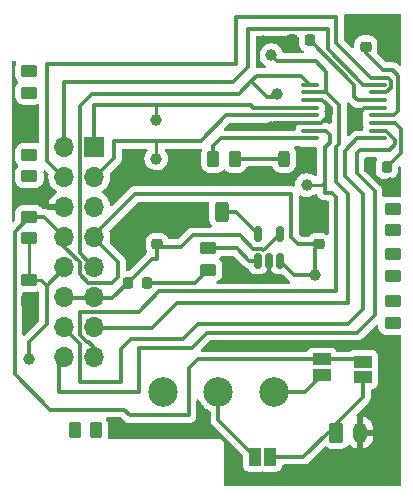
<source format=gbr>
%TF.GenerationSoftware,KiCad,Pcbnew,(6.0.4-0)*%
%TF.CreationDate,2024-03-24T21:38:25+02:00*%
%TF.ProjectId,Project_PCB_v1,50726f6a-6563-4745-9f50-43425f76312e,rev?*%
%TF.SameCoordinates,Original*%
%TF.FileFunction,Copper,L1,Top*%
%TF.FilePolarity,Positive*%
%FSLAX46Y46*%
G04 Gerber Fmt 4.6, Leading zero omitted, Abs format (unit mm)*
G04 Created by KiCad (PCBNEW (6.0.4-0)) date 2024-03-24 21:38:25*
%MOMM*%
%LPD*%
G01*
G04 APERTURE LIST*
G04 Aperture macros list*
%AMRoundRect*
0 Rectangle with rounded corners*
0 $1 Rounding radius*
0 $2 $3 $4 $5 $6 $7 $8 $9 X,Y pos of 4 corners*
0 Add a 4 corners polygon primitive as box body*
4,1,4,$2,$3,$4,$5,$6,$7,$8,$9,$2,$3,0*
0 Add four circle primitives for the rounded corners*
1,1,$1+$1,$2,$3*
1,1,$1+$1,$4,$5*
1,1,$1+$1,$6,$7*
1,1,$1+$1,$8,$9*
0 Add four rect primitives between the rounded corners*
20,1,$1+$1,$2,$3,$4,$5,0*
20,1,$1+$1,$4,$5,$6,$7,0*
20,1,$1+$1,$6,$7,$8,$9,0*
20,1,$1+$1,$8,$9,$2,$3,0*%
G04 Aperture macros list end*
%TA.AperFunction,SMDPad,CuDef*%
%ADD10RoundRect,0.243750X0.243750X0.456250X-0.243750X0.456250X-0.243750X-0.456250X0.243750X-0.456250X0*%
%TD*%
%TA.AperFunction,SMDPad,CuDef*%
%ADD11RoundRect,0.225000X0.250000X-0.225000X0.250000X0.225000X-0.250000X0.225000X-0.250000X-0.225000X0*%
%TD*%
%TA.AperFunction,SMDPad,CuDef*%
%ADD12RoundRect,0.218750X0.218750X0.256250X-0.218750X0.256250X-0.218750X-0.256250X0.218750X-0.256250X0*%
%TD*%
%TA.AperFunction,SMDPad,CuDef*%
%ADD13RoundRect,0.250000X0.312500X0.625000X-0.312500X0.625000X-0.312500X-0.625000X0.312500X-0.625000X0*%
%TD*%
%TA.AperFunction,SMDPad,CuDef*%
%ADD14RoundRect,0.250000X-0.262500X-0.450000X0.262500X-0.450000X0.262500X0.450000X-0.262500X0.450000X0*%
%TD*%
%TA.AperFunction,ComponentPad*%
%ADD15R,1.700000X1.700000*%
%TD*%
%TA.AperFunction,ComponentPad*%
%ADD16O,1.700000X1.700000*%
%TD*%
%TA.AperFunction,ComponentPad*%
%ADD17RoundRect,0.250000X-0.350000X-0.625000X0.350000X-0.625000X0.350000X0.625000X-0.350000X0.625000X0*%
%TD*%
%TA.AperFunction,ComponentPad*%
%ADD18O,1.200000X1.750000*%
%TD*%
%TA.AperFunction,SMDPad,CuDef*%
%ADD19C,1.000000*%
%TD*%
%TA.AperFunction,SMDPad,CuDef*%
%ADD20RoundRect,0.250000X-0.450000X0.262500X-0.450000X-0.262500X0.450000X-0.262500X0.450000X0.262500X0*%
%TD*%
%TA.AperFunction,SMDPad,CuDef*%
%ADD21RoundRect,0.250000X0.450000X-0.262500X0.450000X0.262500X-0.450000X0.262500X-0.450000X-0.262500X0*%
%TD*%
%TA.AperFunction,ComponentPad*%
%ADD22C,2.500000*%
%TD*%
%TA.AperFunction,SMDPad,CuDef*%
%ADD23RoundRect,0.225000X-0.225000X-0.250000X0.225000X-0.250000X0.225000X0.250000X-0.225000X0.250000X0*%
%TD*%
%TA.AperFunction,SMDPad,CuDef*%
%ADD24R,1.500000X1.000000*%
%TD*%
%TA.AperFunction,SMDPad,CuDef*%
%ADD25RoundRect,0.250000X0.262500X0.450000X-0.262500X0.450000X-0.262500X-0.450000X0.262500X-0.450000X0*%
%TD*%
%TA.AperFunction,SMDPad,CuDef*%
%ADD26RoundRect,0.150000X0.150000X-0.512500X0.150000X0.512500X-0.150000X0.512500X-0.150000X-0.512500X0*%
%TD*%
%TA.AperFunction,SMDPad,CuDef*%
%ADD27RoundRect,0.100000X-0.637500X-0.100000X0.637500X-0.100000X0.637500X0.100000X-0.637500X0.100000X0*%
%TD*%
%TA.AperFunction,SMDPad,CuDef*%
%ADD28R,1.000000X1.500000*%
%TD*%
%TA.AperFunction,ViaPad*%
%ADD29C,0.800000*%
%TD*%
%TA.AperFunction,Conductor*%
%ADD30C,0.300000*%
%TD*%
%TA.AperFunction,Conductor*%
%ADD31C,0.250000*%
%TD*%
G04 APERTURE END LIST*
D10*
%TO.P,Fault1,1,K*%
%TO.N,GND*%
X111437500Y-75250000D03*
%TO.P,Fault1,2,A*%
%TO.N,Net-(Fault1-Pad2)*%
X109562500Y-75250000D03*
%TD*%
D11*
%TO.P,C_Vm1,1*%
%TO.N,VM*%
X116500000Y-65775000D03*
%TO.P,C_Vm1,2*%
%TO.N,GND*%
X116500000Y-64225000D03*
%TD*%
D12*
%TO.P,D_Stat1,1,K*%
%TO.N,Net-(D_Stat1-Pad1)*%
X97934641Y-85750000D03*
%TO.P,D_Stat1,2,A*%
%TO.N,5V_1*%
X96359641Y-85750000D03*
%TD*%
D13*
%TO.P,R_Prog1,1*%
%TO.N,Net-(Charge1-Pad5)*%
X104295359Y-79750000D03*
%TO.P,R_Prog1,2*%
%TO.N,GND*%
X101370359Y-79750000D03*
%TD*%
D14*
%TO.P,R_Fault1,1*%
%TO.N,Net-(MD1-Pad8)*%
X103587500Y-75250000D03*
%TO.P,R_Fault1,2*%
%TO.N,Net-(Fault1-Pad2)*%
X105412500Y-75250000D03*
%TD*%
D15*
%TO.P,PinCon1,1,Pin_1*%
%TO.N,Motor2_A*%
X93500000Y-74250000D03*
D16*
%TO.P,PinCon1,2,Pin_2*%
%TO.N,PC6-9 PWM1*%
X90960000Y-74250000D03*
%TO.P,PinCon1,3,Pin_3*%
%TO.N,Motor2_B*%
X93500000Y-76790000D03*
%TO.P,PinCon1,4,Pin_4*%
%TO.N,PC6-9 PWM2*%
X90960000Y-76790000D03*
%TO.P,PinCon1,5,Pin_5*%
%TO.N,GND*%
X93500000Y-79330000D03*
%TO.P,PinCon1,6,Pin_6*%
X90960000Y-79330000D03*
%TO.P,PinCon1,7,Pin_7*%
%TO.N,BATT_1*%
X93500000Y-81870000D03*
%TO.P,PinCon1,8,Pin_8*%
X90960000Y-81870000D03*
%TO.P,PinCon1,9,Pin_9*%
%TO.N,Reserve*%
X93500000Y-84410000D03*
%TO.P,PinCon1,10,Pin_10*%
%TO.N,BATT_ADC*%
X90960000Y-84410000D03*
%TO.P,PinCon1,11,Pin_11*%
%TO.N,5V_1*%
X93500000Y-86950000D03*
%TO.P,PinCon1,12,Pin_12*%
X90960000Y-86950000D03*
%TO.P,PinCon1,13,Pin_13*%
%TO.N,Motor1_A*%
X93500000Y-89490000D03*
%TO.P,PinCon1,14,Pin_14*%
%TO.N,PC6-9 PWM3*%
X90960000Y-89490000D03*
%TO.P,PinCon1,15,Pin_15*%
%TO.N,Motor1_B*%
X93500000Y-92030000D03*
%TO.P,PinCon1,16,Pin_16*%
%TO.N,PC6-9 PWM4*%
X90960000Y-92030000D03*
%TD*%
D17*
%TO.P,J2,1,Pin_1*%
%TO.N,Net-(J2-Pad1)*%
X114000000Y-98450000D03*
D18*
%TO.P,J2,2,Pin_2*%
%TO.N,GND*%
X116000000Y-98450000D03*
%TD*%
D19*
%TO.P,TP_En1,1,1*%
%TO.N,Reserve*%
X109000000Y-69750000D03*
%TD*%
%TO.P,TPM1A1,1,1*%
%TO.N,Motor1_A*%
X108500000Y-66500000D03*
%TD*%
%TO.P,TPM2A1,1,1*%
%TO.N,Motor2_A*%
X98750000Y-72000000D03*
%TD*%
D20*
%TO.P,R1,1*%
%TO.N,BATT_1*%
X88000000Y-80188750D03*
%TO.P,R1,2*%
%TO.N,BATT_ADC*%
X88000000Y-82013750D03*
%TD*%
D21*
%TO.P,R510,1*%
%TO.N,unconnected-(R510-Pad1)*%
X118750000Y-89162500D03*
%TO.P,R510,2*%
%TO.N,unconnected-(R510-Pad2)*%
X118750000Y-87337500D03*
%TD*%
%TO.P,R_Stat1,1*%
%TO.N,Net-(D_Stat1-Pad1)*%
X103147141Y-84662500D03*
%TO.P,R_Stat1,2*%
%TO.N,Net-(Charge1-Pad1)*%
X103147141Y-82837500D03*
%TD*%
D19*
%TO.P,TP_Charge1,1,1*%
%TO.N,BATT_1*%
X112147141Y-85082500D03*
%TD*%
D22*
%TO.P,S1,1,1*%
%TO.N,Net-(JP_S1_Bat1-Pad2)*%
X108700025Y-95000000D03*
%TO.P,S1,2,2*%
%TO.N,Net-(JP_S1-Pad2)*%
X104000000Y-95000000D03*
%TO.P,S1,3,3*%
%TO.N,unconnected-(S1-Pad3)*%
X99299975Y-95000000D03*
%TD*%
D23*
%TO.P,C_Vcp1,1*%
%TO.N,GND*%
X116725000Y-76000000D03*
%TO.P,C_Vcp1,2*%
%TO.N,Net-(C_Vcp1-Pad2)*%
X118275000Y-76000000D03*
%TD*%
D24*
%TO.P,JP_BATT1,1,A*%
%TO.N,Net-(J2-Pad1)*%
X116250000Y-93750000D03*
%TO.P,JP_BATT1,2,B*%
%TO.N,BATT_1*%
X116250000Y-92450000D03*
%TD*%
%TO.P,JP_S1_Bat1,1,A*%
%TO.N,BATT_1*%
X112750000Y-92250000D03*
%TO.P,JP_S1_Bat1,2,B*%
%TO.N,Net-(JP_S1_Bat1-Pad2)*%
X112750000Y-93550000D03*
%TD*%
D21*
%TO.P,R5.1,1*%
%TO.N,unconnected-(R5.1k1-Pad1)*%
X88000000Y-76750000D03*
%TO.P,R5.1,2*%
%TO.N,unconnected-(R5.1k1-Pad2)*%
X88000000Y-74925000D03*
%TD*%
%TO.P,R2,1*%
%TO.N,GND*%
X88000000Y-87351250D03*
%TO.P,R2,2*%
%TO.N,BATT_ADC*%
X88000000Y-85526250D03*
%TD*%
D25*
%TO.P,R10k1,1*%
%TO.N,unconnected-(R10k1-Pad1)*%
X93662500Y-98250000D03*
%TO.P,R10k1,2*%
%TO.N,unconnected-(R10k1-Pad2)*%
X91837500Y-98250000D03*
%TD*%
D19*
%TO.P,TP1B1,1,1*%
%TO.N,Motor1_B*%
X111500000Y-77500000D03*
%TD*%
D26*
%TO.P,Charge1,1,STAT*%
%TO.N,Net-(Charge1-Pad1)*%
X107334641Y-83887500D03*
%TO.P,Charge1,2,VSS*%
%TO.N,GND*%
X108284641Y-83887500D03*
%TO.P,Charge1,3,VBAT*%
%TO.N,BATT_1*%
X109234641Y-83887500D03*
%TO.P,Charge1,4,VDD*%
%TO.N,5V_1*%
X109234641Y-81612500D03*
%TO.P,Charge1,5,PROG*%
%TO.N,Net-(Charge1-Pad5)*%
X107334641Y-81612500D03*
%TD*%
D21*
%TO.P,R3k1,1*%
%TO.N,unconnected-(R3k1-Pad1)*%
X88000000Y-69662500D03*
%TO.P,R3k1,2*%
%TO.N,unconnected-(R3k1-Pad2)*%
X88000000Y-67837500D03*
%TD*%
D27*
%TO.P,MD1,1,nSLEEP*%
%TO.N,Reserve*%
X111780000Y-69000000D03*
%TO.P,MD1,2,AOUT1*%
%TO.N,Motor1_A*%
X111780000Y-69650000D03*
%TO.P,MD1,3,AISEN*%
%TO.N,GND*%
X111780000Y-70300000D03*
%TO.P,MD1,4,AOUT2*%
%TO.N,Motor2_A*%
X111780000Y-70950000D03*
%TO.P,MD1,5,BOUT2*%
%TO.N,Motor2_B*%
X111780000Y-71600000D03*
%TO.P,MD1,6,BISEN*%
%TO.N,GND*%
X111780000Y-72250000D03*
%TO.P,MD1,7,BOUT1*%
%TO.N,Motor1_B*%
X111780000Y-72900000D03*
%TO.P,MD1,8,nFAULT*%
%TO.N,Net-(MD1-Pad8)*%
X111780000Y-73550000D03*
%TO.P,MD1,9,BIN1*%
%TO.N,PC6-9 PWM3*%
X117505000Y-73550000D03*
%TO.P,MD1,10,BIN2*%
%TO.N,PC6-9 PWM4*%
X117505000Y-72900000D03*
%TO.P,MD1,11,VCP*%
%TO.N,Net-(C_Vcp1-Pad2)*%
X117505000Y-72250000D03*
%TO.P,MD1,12,VM*%
%TO.N,VM*%
X117505000Y-71600000D03*
%TO.P,MD1,13,GND*%
%TO.N,GND*%
X117505000Y-70950000D03*
%TO.P,MD1,14,VINT*%
%TO.N,Net-(C_Vint1-Pad2)*%
X117505000Y-70300000D03*
%TO.P,MD1,15,AIN2*%
%TO.N,PC6-9 PWM2*%
X117505000Y-69650000D03*
%TO.P,MD1,16,AIN1*%
%TO.N,PC6-9 PWM1*%
X117505000Y-69000000D03*
%TD*%
D11*
%TO.P,C_Batt1,1*%
%TO.N,BATT_1*%
X112500000Y-82525000D03*
%TO.P,C_Batt1,2*%
%TO.N,GND*%
X112500000Y-80975000D03*
%TD*%
D21*
%TO.P,R100,1*%
%TO.N,unconnected-(R100-Pad1)*%
X118750000Y-85162500D03*
%TO.P,R100,2*%
%TO.N,unconnected-(R100-Pad2)*%
X118750000Y-83337500D03*
%TD*%
%TO.P,R1k1,1*%
%TO.N,unconnected-(R1k1-Pad1)*%
X118750000Y-81325000D03*
%TO.P,R1k1,2*%
%TO.N,unconnected-(R1k1-Pad2)*%
X118750000Y-79500000D03*
%TD*%
D28*
%TO.P,JP_S1,1,A*%
%TO.N,Net-(J2-Pad1)*%
X108400000Y-100500000D03*
%TO.P,JP_S1,2,B*%
%TO.N,Net-(JP_S1-Pad2)*%
X107100000Y-100500000D03*
%TD*%
D19*
%TO.P,TP_ADC1,1,1*%
%TO.N,BATT_ADC*%
X88000000Y-92250000D03*
%TD*%
%TO.P,TP2B1,1,1*%
%TO.N,Motor2_B*%
X98750000Y-75250000D03*
%TD*%
D23*
%TO.P,C_Vint1,1*%
%TO.N,GND*%
X110225000Y-65250000D03*
%TO.P,C_Vint1,2*%
%TO.N,Net-(C_Vint1-Pad2)*%
X111775000Y-65250000D03*
%TD*%
D11*
%TO.P,C_Vdd1,1*%
%TO.N,5V_1*%
X98832859Y-82525000D03*
%TO.P,C_Vdd1,2*%
%TO.N,GND*%
X98832859Y-80975000D03*
%TD*%
D29*
%TO.N,GND*%
X107500000Y-76500000D03*
X118250000Y-64000000D03*
X108465000Y-72500000D03*
X112250000Y-79750000D03*
X88000000Y-89188750D03*
X95965000Y-81500000D03*
X115500000Y-71750000D03*
X109500000Y-102250000D03*
X105500000Y-84250000D03*
X118500000Y-77250000D03*
X107750000Y-65250000D03*
%TD*%
D30*
%TO.N,BATT_1*%
X90965000Y-81995000D02*
X90965000Y-82710000D01*
X89278750Y-80188750D02*
X90960000Y-81870000D01*
X110775000Y-82525000D02*
X110172621Y-81922621D01*
X88000000Y-80188750D02*
X89278750Y-80188750D01*
X86750000Y-93500000D02*
X89750000Y-96500000D01*
X110172621Y-78250000D02*
X96955027Y-78250000D01*
X92250000Y-84995000D02*
X93005000Y-85750000D01*
X96000000Y-96500000D02*
X96500000Y-97000000D01*
X112147141Y-85082500D02*
X112147141Y-82877859D01*
X112750000Y-92250000D02*
X116050000Y-92250000D01*
X95505000Y-83995000D02*
X93505000Y-81995000D01*
X93505000Y-81700027D02*
X93505000Y-81995000D01*
X96500000Y-97000000D02*
X101500000Y-97000000D01*
X89750000Y-96500000D02*
X96000000Y-96500000D01*
X86750000Y-93500000D02*
X86750000Y-81438750D01*
X95005000Y-85750000D02*
X95505000Y-85250000D01*
X101500000Y-93000000D02*
X102250000Y-92250000D01*
X116050000Y-92250000D02*
X116250000Y-92450000D01*
X92250000Y-83995000D02*
X92250000Y-84995000D01*
X110172621Y-81922621D02*
X110172621Y-78250000D01*
X112147141Y-82877859D02*
X112500000Y-82525000D01*
X95505000Y-85250000D02*
X95505000Y-83995000D01*
X109234641Y-83887500D02*
X110429641Y-85082500D01*
X101500000Y-97000000D02*
X101500000Y-93000000D01*
X96955027Y-78250000D02*
X93505000Y-81700027D01*
X110429641Y-85082500D02*
X112147141Y-85082500D01*
X112750000Y-92250000D02*
X102250000Y-92250000D01*
X90965000Y-82710000D02*
X92250000Y-83995000D01*
X112500000Y-82525000D02*
X110775000Y-82525000D01*
X86750000Y-81438750D02*
X88000000Y-80188750D01*
X93005000Y-85750000D02*
X95005000Y-85750000D01*
%TO.N,GND*%
X108715000Y-72250000D02*
X111780000Y-72250000D01*
X112810000Y-70300000D02*
X113505000Y-70995000D01*
X113505000Y-71463821D02*
X112718821Y-72250000D01*
X112718821Y-72250000D02*
X111780000Y-72250000D01*
X88000000Y-89188750D02*
X88000000Y-87351250D01*
X88000000Y-87351250D02*
X88070000Y-87351250D01*
X115500000Y-71750000D02*
X116300000Y-70950000D01*
X111780000Y-70300000D02*
X112810000Y-70300000D01*
X108465000Y-72500000D02*
X108715000Y-72250000D01*
X113505000Y-70995000D02*
X113505000Y-71463821D01*
X116300000Y-70950000D02*
X117505000Y-70950000D01*
%TO.N,Net-(C_Vcp1-Pad2)*%
X119500000Y-74775000D02*
X119500000Y-72750000D01*
X119500000Y-72750000D02*
X118950000Y-72200000D01*
X117555000Y-72200000D02*
X117505000Y-72250000D01*
X118950000Y-72200000D02*
X117555000Y-72200000D01*
X118275000Y-76000000D02*
X119500000Y-74775000D01*
%TO.N,5V_1*%
X93505000Y-87075000D02*
X95034641Y-87075000D01*
X107971661Y-82875480D02*
X107927734Y-82875480D01*
X95034641Y-87075000D02*
X96359641Y-85750000D01*
X107927734Y-82875480D02*
X107809641Y-82993573D01*
X96359641Y-85750000D02*
X98359641Y-83750000D01*
X100832859Y-82750000D02*
X99057859Y-82750000D01*
X107809641Y-82993573D02*
X107691548Y-82875480D01*
X106968036Y-82885177D02*
X105832859Y-81750000D01*
X90965000Y-87075000D02*
X93505000Y-87075000D01*
X99057859Y-82750000D02*
X98832859Y-82525000D01*
X109234641Y-81612500D02*
X107971661Y-82875480D01*
X98359641Y-83750000D02*
X98832859Y-83750000D01*
X101832859Y-81750000D02*
X100832859Y-82750000D01*
X107691548Y-82875480D02*
X106977734Y-82875480D01*
X105832859Y-81750000D02*
X101832859Y-81750000D01*
X98832859Y-83750000D02*
X98832859Y-82525000D01*
X106977734Y-82875480D02*
X106968036Y-82885177D01*
%TO.N,Net-(C_Vint1-Pad2)*%
X115810000Y-70300000D02*
X115505000Y-69995000D01*
X117505000Y-70300000D02*
X115810000Y-70300000D01*
X115505000Y-68980000D02*
X115505000Y-69995000D01*
X111775000Y-65250000D02*
X115505000Y-68980000D01*
%TO.N,VM*%
X116500000Y-66275000D02*
X117975000Y-67750000D01*
X118750000Y-67750000D02*
X117975000Y-67750000D01*
X119250000Y-68250000D02*
X118750000Y-67750000D01*
X118900000Y-71600000D02*
X119250000Y-71250000D01*
X116500000Y-65775000D02*
X116500000Y-66275000D01*
X117505000Y-71600000D02*
X118900000Y-71600000D01*
X119250000Y-71250000D02*
X119250000Y-68250000D01*
%TO.N,Net-(D_Stat1-Pad1)*%
X103147141Y-84662500D02*
X102059641Y-85750000D01*
X102059641Y-85750000D02*
X97934641Y-85750000D01*
%TO.N,Net-(Fault1-Pad2)*%
X105412500Y-75250000D02*
X109562500Y-75250000D01*
%TO.N,Net-(JP_S1_Bat1-Pad2)*%
X108700025Y-95000000D02*
X111300000Y-95000000D01*
X111300000Y-95000000D02*
X112750000Y-93550000D01*
%TO.N,Net-(J2-Pad1)*%
X108400000Y-100500000D02*
X111200000Y-100500000D01*
X116250000Y-95450000D02*
X114000000Y-97700000D01*
X111200000Y-100500000D02*
X113250000Y-98450000D01*
X114000000Y-97700000D02*
X114000000Y-98450000D01*
X116250000Y-95450000D02*
X116250000Y-93750000D01*
X113250000Y-98450000D02*
X114000000Y-98450000D01*
%TO.N,Motor2_A*%
X106967500Y-70950000D02*
X111780000Y-70950000D01*
X93505000Y-70750000D02*
X98750000Y-70750000D01*
X98750000Y-70750000D02*
X106767500Y-70750000D01*
X106767500Y-70750000D02*
X106967500Y-70950000D01*
D31*
X98750000Y-72000000D02*
X98750000Y-70750000D01*
D30*
X93505000Y-74375000D02*
X93505000Y-70750000D01*
%TO.N,PC6-9 PWM1*%
X113250000Y-64250000D02*
X113250000Y-66000000D01*
X106505000Y-67495000D02*
X106505000Y-64250000D01*
X90965000Y-74375000D02*
X90965000Y-68790000D01*
X116250000Y-69000000D02*
X117505000Y-69000000D01*
X90965000Y-68790000D02*
X91005000Y-68750000D01*
X113250000Y-66000000D02*
X116250000Y-69000000D01*
X91005000Y-68750000D02*
X105250000Y-68750000D01*
X106505000Y-64250000D02*
X113250000Y-64250000D01*
X105250000Y-68750000D02*
X106505000Y-67495000D01*
%TO.N,Motor2_B*%
X102500000Y-73750000D02*
X104650000Y-71600000D01*
X104650000Y-71600000D02*
X111780000Y-71600000D01*
X95180000Y-73750000D02*
X98750000Y-73750000D01*
X93505000Y-76915000D02*
X95180000Y-75240000D01*
X98750000Y-73750000D02*
X102500000Y-73750000D01*
D31*
X98750000Y-75250000D02*
X98750000Y-73750000D01*
D30*
X95180000Y-75240000D02*
X95180000Y-73750000D01*
%TO.N,PC6-9 PWM2*%
X116950480Y-68450480D02*
X114000000Y-65500000D01*
X114000000Y-63250000D02*
X105505000Y-63250000D01*
X118592020Y-68713803D02*
X118328697Y-68450480D01*
X118328697Y-68450480D02*
X116950480Y-68450480D01*
X117505000Y-69650000D02*
X118228217Y-69650000D01*
X114000000Y-65500000D02*
X114000000Y-63250000D01*
X118592020Y-69286197D02*
X118592020Y-68713803D01*
X89505000Y-75455000D02*
X90965000Y-76915000D01*
X89505000Y-67250000D02*
X89505000Y-75455000D01*
X105505000Y-67250000D02*
X89505000Y-67250000D01*
X105505000Y-63250000D02*
X105505000Y-67250000D01*
X118228217Y-69650000D02*
X118592020Y-69286197D01*
%TO.N,Reserve*%
X111030000Y-68250000D02*
X111780000Y-69000000D01*
X93298093Y-69750480D02*
X105749520Y-69750480D01*
X106800480Y-68699520D02*
X107250000Y-68250000D01*
X107250000Y-68250000D02*
X111030000Y-68250000D01*
X92250000Y-83280000D02*
X92250000Y-70798573D01*
X93505000Y-84535000D02*
X92250000Y-83280000D01*
X109005000Y-69995000D02*
X108095960Y-69995000D01*
X108095960Y-69995000D02*
X106800480Y-68699520D01*
X105749520Y-69750480D02*
X106800480Y-68699520D01*
X92250000Y-70798573D02*
X93298093Y-69750480D01*
%TO.N,BATT_ADC*%
X88000000Y-90750000D02*
X88000000Y-92250000D01*
X89500000Y-86000000D02*
X89500000Y-89250000D01*
X90965000Y-84535000D02*
X89500000Y-86000000D01*
X89500000Y-89250000D02*
X88000000Y-90750000D01*
D31*
X88000000Y-82013750D02*
X88000000Y-85526250D01*
X89026250Y-85526250D02*
X89500000Y-86000000D01*
X88000000Y-85526250D02*
X89026250Y-85526250D01*
D30*
%TO.N,Motor1_A*%
X112250000Y-67000000D02*
X109000000Y-67000000D01*
X98385000Y-89615000D02*
X100500000Y-87500000D01*
X93505000Y-89615000D02*
X98385000Y-89615000D01*
X114250000Y-74000000D02*
X114250000Y-70747500D01*
X109000000Y-67000000D02*
X108500000Y-66500000D01*
X113152500Y-69650000D02*
X111780000Y-69650000D01*
X113152500Y-69650000D02*
X113152500Y-67902500D01*
X115000000Y-78250000D02*
X114000000Y-77250000D01*
X115000000Y-87500000D02*
X115000000Y-78250000D01*
X100500000Y-87500000D02*
X115000000Y-87500000D01*
X114250000Y-70747500D02*
X113152500Y-69650000D01*
X114000000Y-74250000D02*
X114250000Y-74000000D01*
X113152500Y-67902500D02*
X112250000Y-67000000D01*
X114000000Y-77250000D02*
X114000000Y-74250000D01*
%TO.N,PC6-9 PWM3*%
X95750000Y-94169511D02*
X95750000Y-91344375D01*
X90965000Y-89615000D02*
X92330489Y-90980489D01*
X114750000Y-74585480D02*
X115785480Y-73550000D01*
X115785480Y-73550000D02*
X117505000Y-73550000D01*
X92330489Y-90980489D02*
X92330489Y-91633145D01*
X102250000Y-89250000D02*
X115000000Y-89250000D01*
X115000000Y-89250000D02*
X116250000Y-88000000D01*
X95750000Y-91344375D02*
X96599375Y-90495000D01*
X92330489Y-94169511D02*
X95750000Y-94169511D01*
X114750000Y-76750000D02*
X114750000Y-74585480D01*
X92250000Y-91713634D02*
X92250000Y-94089022D01*
X101005000Y-90495000D02*
X102250000Y-89250000D01*
X96599375Y-90495000D02*
X101005000Y-90495000D01*
X92330489Y-91633145D02*
X92250000Y-91713634D01*
X92250000Y-94089022D02*
X92330489Y-94169511D01*
X116250000Y-78250000D02*
X114750000Y-76750000D01*
X116250000Y-88000000D02*
X116250000Y-78250000D01*
%TO.N,Motor1_B*%
X113000000Y-78132500D02*
X113000000Y-77250000D01*
X92250000Y-90193572D02*
X92250000Y-88250000D01*
X113465000Y-73250000D02*
X113115000Y-72900000D01*
X113115000Y-72900000D02*
X111780000Y-72900000D01*
X114000000Y-78500000D02*
X113632500Y-78132500D01*
X93505000Y-91276010D02*
X93043501Y-90814511D01*
X113632500Y-78132500D02*
X113000000Y-78132500D01*
D31*
X111500000Y-77500000D02*
X112750000Y-77500000D01*
D30*
X92870939Y-90814511D02*
X92250000Y-90193572D01*
X113072500Y-74285000D02*
X113465000Y-73892500D01*
X113465000Y-73892500D02*
X113465000Y-73250000D01*
X97250000Y-88250000D02*
X97257859Y-88257859D01*
X93043501Y-90814511D02*
X92870939Y-90814511D01*
D31*
X112750000Y-77500000D02*
X113000000Y-77250000D01*
D30*
X97257859Y-88257859D02*
X99015718Y-86500000D01*
X114000000Y-86500000D02*
X114000000Y-78500000D01*
X113000000Y-77250000D02*
X113000000Y-74285000D01*
X99015718Y-86500000D02*
X114000000Y-86500000D01*
X92250000Y-88250000D02*
X97250000Y-88250000D01*
X93505000Y-92155000D02*
X93505000Y-91276010D01*
X113000000Y-74285000D02*
X113072500Y-74285000D01*
%TO.N,PC6-9 PWM4*%
X117250000Y-88500000D02*
X117250000Y-78035000D01*
X90965000Y-92155000D02*
X90500000Y-92620000D01*
X117250000Y-78035000D02*
X115715000Y-76500000D01*
X115715000Y-76500000D02*
X115715000Y-74750000D01*
X119000000Y-74000000D02*
X119000000Y-73671783D01*
X115715000Y-74750000D02*
X115965000Y-74500000D01*
X103005000Y-89995000D02*
X115755000Y-89995000D01*
X97250000Y-91250000D02*
X101750000Y-91250000D01*
X97250000Y-94995000D02*
X97250000Y-91250000D01*
X115965000Y-74500000D02*
X118500000Y-74500000D01*
X119000000Y-73671783D02*
X118228217Y-72900000D01*
X90500000Y-94995000D02*
X97250000Y-94995000D01*
X90500000Y-92620000D02*
X90500000Y-94995000D01*
X101750000Y-91250000D02*
X103005000Y-89995000D01*
X115755000Y-89995000D02*
X117250000Y-88500000D01*
X118228217Y-72900000D02*
X117505000Y-72900000D01*
X118500000Y-74500000D02*
X119000000Y-74000000D01*
%TO.N,Net-(MD1-Pad8)*%
X103587500Y-74162500D02*
X104200000Y-73550000D01*
X103587500Y-75250000D02*
X103587500Y-74162500D01*
X104200000Y-73550000D02*
X111780000Y-73550000D01*
%TO.N,Net-(Charge1-Pad1)*%
X105587500Y-82837500D02*
X106637500Y-83887500D01*
X106637500Y-83887500D02*
X107334641Y-83887500D01*
X103147141Y-82837500D02*
X105587500Y-82837500D01*
%TO.N,Net-(Charge1-Pad5)*%
X105472141Y-79750000D02*
X107334641Y-81612500D01*
X104295359Y-79750000D02*
X105472141Y-79750000D01*
%TO.N,Net-(JP_S1-Pad2)*%
X104000000Y-95000000D02*
X104000000Y-97400000D01*
X104000000Y-97400000D02*
X107100000Y-100500000D01*
%TD*%
%TA.AperFunction,Conductor*%
%TO.N,GND*%
G36*
X117467532Y-89306580D02*
G01*
X117524368Y-89349127D01*
X117549179Y-89415647D01*
X117549500Y-89424636D01*
X117549500Y-89474866D01*
X117560359Y-89579519D01*
X117615744Y-89745529D01*
X117707834Y-89894345D01*
X117831689Y-90017984D01*
X117980666Y-90109814D01*
X117987614Y-90112119D01*
X117987615Y-90112119D01*
X118140241Y-90162744D01*
X118140243Y-90162745D01*
X118146772Y-90164910D01*
X118250134Y-90175500D01*
X119249866Y-90175500D01*
X119253112Y-90175163D01*
X119253116Y-90175163D01*
X119354519Y-90164641D01*
X119354669Y-90166084D01*
X119417706Y-90170686D01*
X119474479Y-90213317D01*
X119499192Y-90279873D01*
X119499500Y-90288677D01*
X119499500Y-102873500D01*
X119479498Y-102941621D01*
X119425842Y-102988114D01*
X119373500Y-102999500D01*
X104626500Y-102999500D01*
X104558379Y-102979498D01*
X104511886Y-102925842D01*
X104500500Y-102873500D01*
X104500500Y-99508574D01*
X104500502Y-99507804D01*
X104500914Y-99440350D01*
X104500969Y-99431376D01*
X104493007Y-99403518D01*
X104489429Y-99386757D01*
X104486596Y-99366971D01*
X104486596Y-99366970D01*
X104485323Y-99358082D01*
X104474925Y-99335212D01*
X104468477Y-99317688D01*
X104464038Y-99302155D01*
X104464036Y-99302151D01*
X104461572Y-99293529D01*
X104446111Y-99269024D01*
X104437974Y-99253942D01*
X104429702Y-99235748D01*
X104429700Y-99235745D01*
X104425984Y-99227572D01*
X104409581Y-99208536D01*
X104398473Y-99193523D01*
X104385070Y-99172280D01*
X104378341Y-99166337D01*
X104378339Y-99166335D01*
X104363356Y-99153103D01*
X104351310Y-99140909D01*
X104338260Y-99125764D01*
X104332400Y-99118963D01*
X104311314Y-99105296D01*
X104296444Y-99094009D01*
X104284338Y-99083317D01*
X104284337Y-99083317D01*
X104277612Y-99077377D01*
X104251391Y-99065066D01*
X104236413Y-99056746D01*
X104219631Y-99045869D01*
X104219628Y-99045868D01*
X104212095Y-99040985D01*
X104188019Y-99033785D01*
X104170589Y-99027129D01*
X104147837Y-99016447D01*
X104119213Y-99011990D01*
X104102495Y-99008207D01*
X104083340Y-99002478D01*
X104083332Y-99002477D01*
X104074739Y-98999907D01*
X104065768Y-98999852D01*
X104065767Y-98999852D01*
X104061038Y-98999823D01*
X104040818Y-98999699D01*
X104040075Y-98999668D01*
X104038991Y-98999500D01*
X104008574Y-98999500D01*
X104007804Y-98999498D01*
X104007191Y-98999494D01*
X103931376Y-98999031D01*
X103930047Y-98999411D01*
X103928737Y-98999500D01*
X94788661Y-98999500D01*
X94720540Y-98979498D01*
X94674047Y-98925842D01*
X94664001Y-98855969D01*
X94664910Y-98853228D01*
X94675500Y-98749866D01*
X94675500Y-97750134D01*
X94671180Y-97708499D01*
X94665353Y-97652339D01*
X94665352Y-97652335D01*
X94664641Y-97645481D01*
X94658305Y-97626488D01*
X94611574Y-97486419D01*
X94609256Y-97479471D01*
X94524683Y-97342802D01*
X94505845Y-97274351D01*
X94527006Y-97206581D01*
X94581447Y-97161010D01*
X94631827Y-97150500D01*
X95678364Y-97150500D01*
X95746485Y-97170502D01*
X95767459Y-97187405D01*
X95982748Y-97402694D01*
X95990593Y-97411315D01*
X95994798Y-97417940D01*
X96000575Y-97423365D01*
X96045832Y-97465864D01*
X96048674Y-97468619D01*
X96068966Y-97488911D01*
X96072372Y-97491553D01*
X96081392Y-97499257D01*
X96114607Y-97530448D01*
X96133070Y-97540598D01*
X96149593Y-97551452D01*
X96159975Y-97559506D01*
X96159977Y-97559507D01*
X96166237Y-97564363D01*
X96200113Y-97579022D01*
X96208046Y-97582455D01*
X96218706Y-97587677D01*
X96250980Y-97605420D01*
X96258632Y-97609627D01*
X96279037Y-97614866D01*
X96297742Y-97621270D01*
X96317074Y-97629636D01*
X96324900Y-97630876D01*
X96324905Y-97630877D01*
X96362076Y-97636765D01*
X96373696Y-97639171D01*
X96410142Y-97648528D01*
X96417823Y-97650500D01*
X96438884Y-97650500D01*
X96458595Y-97652051D01*
X96462895Y-97652732D01*
X96479405Y-97655347D01*
X96487296Y-97654601D01*
X96489677Y-97654376D01*
X96524764Y-97651059D01*
X96536623Y-97650500D01*
X101426602Y-97650500D01*
X101450211Y-97652732D01*
X101458830Y-97654376D01*
X101516480Y-97650749D01*
X101524391Y-97650500D01*
X101540925Y-97650500D01*
X101557340Y-97648426D01*
X101565195Y-97647684D01*
X101593674Y-97645892D01*
X101614948Y-97644554D01*
X101614950Y-97644554D01*
X101622860Y-97644056D01*
X101631208Y-97641344D01*
X101654348Y-97636171D01*
X101663058Y-97635071D01*
X101670428Y-97632153D01*
X101670432Y-97632152D01*
X101716780Y-97613801D01*
X101724199Y-97611129D01*
X101779171Y-97593268D01*
X101785863Y-97589021D01*
X101785868Y-97589019D01*
X101786591Y-97588560D01*
X101807707Y-97577801D01*
X101808503Y-97577486D01*
X101808507Y-97577484D01*
X101815871Y-97574568D01*
X101822279Y-97569912D01*
X101822285Y-97569909D01*
X101862612Y-97540610D01*
X101869157Y-97536161D01*
X101911249Y-97509448D01*
X101917940Y-97505202D01*
X101923946Y-97498806D01*
X101941737Y-97483122D01*
X101942421Y-97482625D01*
X101942424Y-97482623D01*
X101948837Y-97477963D01*
X101985668Y-97433442D01*
X101990900Y-97427507D01*
X101994053Y-97424150D01*
X102030448Y-97385393D01*
X102034263Y-97378453D01*
X102034267Y-97378448D01*
X102034676Y-97377703D01*
X102048011Y-97358082D01*
X102048547Y-97357434D01*
X102053600Y-97351326D01*
X102078196Y-97299058D01*
X102081786Y-97292011D01*
X102105807Y-97248317D01*
X102105808Y-97248315D01*
X102109627Y-97241368D01*
X102111810Y-97232865D01*
X102119845Y-97210549D01*
X102123579Y-97202613D01*
X102126481Y-97187405D01*
X102134403Y-97145873D01*
X102136125Y-97138166D01*
X102150500Y-97082177D01*
X102150500Y-97073398D01*
X102152732Y-97049788D01*
X102152891Y-97048955D01*
X102154376Y-97041170D01*
X102150749Y-96983520D01*
X102150500Y-96975609D01*
X102150500Y-95753038D01*
X102170502Y-95684917D01*
X102224158Y-95638424D01*
X102294432Y-95628320D01*
X102359012Y-95657814D01*
X102391869Y-95705763D01*
X102392873Y-95705316D01*
X102394774Y-95709585D01*
X102396355Y-95713989D01*
X102519504Y-95943180D01*
X102522299Y-95946923D01*
X102522301Y-95946926D01*
X102672385Y-96147913D01*
X102672390Y-96147919D01*
X102675177Y-96151651D01*
X102678486Y-96154931D01*
X102678491Y-96154937D01*
X102816373Y-96291621D01*
X102859954Y-96334823D01*
X102863716Y-96337581D01*
X102863719Y-96337584D01*
X102976332Y-96420155D01*
X103069775Y-96488670D01*
X103073910Y-96490846D01*
X103073914Y-96490848D01*
X103282168Y-96600416D01*
X103333140Y-96649835D01*
X103349500Y-96711924D01*
X103349500Y-97319000D01*
X103348951Y-97330640D01*
X103347240Y-97338296D01*
X103347489Y-97346219D01*
X103349438Y-97408230D01*
X103349500Y-97412188D01*
X103349500Y-97440925D01*
X103349995Y-97444842D01*
X103350039Y-97445191D01*
X103350971Y-97457024D01*
X103352403Y-97502569D01*
X103354615Y-97510183D01*
X103354616Y-97510188D01*
X103358278Y-97522792D01*
X103362289Y-97542156D01*
X103364929Y-97563058D01*
X103367848Y-97570429D01*
X103367848Y-97570431D01*
X103381702Y-97605420D01*
X103385541Y-97616631D01*
X103398256Y-97660398D01*
X103408981Y-97678533D01*
X103417676Y-97696281D01*
X103425432Y-97715871D01*
X103452218Y-97752738D01*
X103458725Y-97762646D01*
X103477883Y-97795042D01*
X103477887Y-97795047D01*
X103481919Y-97801865D01*
X103496812Y-97816758D01*
X103509653Y-97831792D01*
X103522037Y-97848837D01*
X103528145Y-97853890D01*
X103557143Y-97877879D01*
X103565923Y-97885869D01*
X106062595Y-100382541D01*
X106096621Y-100444853D01*
X106099500Y-100471636D01*
X106099501Y-101297376D01*
X106106149Y-101358580D01*
X106156474Y-101492824D01*
X106161854Y-101500003D01*
X106161856Y-101500006D01*
X106237072Y-101600365D01*
X106242454Y-101607546D01*
X106249635Y-101612928D01*
X106349994Y-101688144D01*
X106349997Y-101688146D01*
X106357176Y-101693526D01*
X106446561Y-101727034D01*
X106484025Y-101741079D01*
X106484027Y-101741079D01*
X106491420Y-101743851D01*
X106499270Y-101744704D01*
X106499271Y-101744704D01*
X106549217Y-101750130D01*
X106552623Y-101750500D01*
X107099919Y-101750500D01*
X107647376Y-101750499D01*
X107650770Y-101750130D01*
X107650776Y-101750130D01*
X107688132Y-101746072D01*
X107708580Y-101743851D01*
X107715974Y-101741079D01*
X107720859Y-101739918D01*
X107779143Y-101739919D01*
X107784031Y-101741081D01*
X107791420Y-101743851D01*
X107799267Y-101744703D01*
X107799269Y-101744704D01*
X107849217Y-101750130D01*
X107852623Y-101750500D01*
X108399919Y-101750500D01*
X108947376Y-101750499D01*
X108950770Y-101750130D01*
X108950776Y-101750130D01*
X109000722Y-101744705D01*
X109000726Y-101744704D01*
X109008580Y-101743851D01*
X109142824Y-101693526D01*
X109150003Y-101688146D01*
X109150006Y-101688144D01*
X109250365Y-101612928D01*
X109257546Y-101607546D01*
X109262928Y-101600365D01*
X109338144Y-101500006D01*
X109338146Y-101500003D01*
X109343526Y-101492824D01*
X109393851Y-101358580D01*
X109400500Y-101297377D01*
X109400500Y-101276500D01*
X109420502Y-101208379D01*
X109474158Y-101161886D01*
X109526500Y-101150500D01*
X111119000Y-101150500D01*
X111130640Y-101151049D01*
X111138296Y-101152760D01*
X111146219Y-101152511D01*
X111208230Y-101150562D01*
X111212188Y-101150500D01*
X111240925Y-101150500D01*
X111245196Y-101149961D01*
X111257024Y-101149029D01*
X111302569Y-101147597D01*
X111310183Y-101145385D01*
X111310188Y-101145384D01*
X111322792Y-101141722D01*
X111342156Y-101137711D01*
X111363058Y-101135071D01*
X111370429Y-101132152D01*
X111370431Y-101132152D01*
X111405420Y-101118298D01*
X111416631Y-101114459D01*
X111460398Y-101101744D01*
X111478536Y-101091018D01*
X111496281Y-101082324D01*
X111515871Y-101074568D01*
X111552738Y-101047782D01*
X111562646Y-101041275D01*
X111595042Y-101022117D01*
X111595047Y-101022113D01*
X111601865Y-101018081D01*
X111616758Y-101003188D01*
X111631792Y-100990347D01*
X111642423Y-100982623D01*
X111648837Y-100977963D01*
X111677881Y-100942855D01*
X111685870Y-100934076D01*
X112977707Y-99642238D01*
X113040019Y-99608213D01*
X113110834Y-99613277D01*
X113155820Y-99642160D01*
X113181689Y-99667984D01*
X113330666Y-99759814D01*
X113337614Y-99762119D01*
X113337615Y-99762119D01*
X113490241Y-99812744D01*
X113490243Y-99812745D01*
X113496772Y-99814910D01*
X113600134Y-99825500D01*
X114399866Y-99825500D01*
X114403112Y-99825163D01*
X114403116Y-99825163D01*
X114497661Y-99815353D01*
X114497665Y-99815352D01*
X114504519Y-99814641D01*
X114511055Y-99812460D01*
X114511057Y-99812460D01*
X114663581Y-99761574D01*
X114670529Y-99759256D01*
X114819345Y-99667166D01*
X114942984Y-99543311D01*
X114960078Y-99515580D01*
X114976087Y-99489608D01*
X115028858Y-99442114D01*
X115098930Y-99430690D01*
X115164054Y-99458963D01*
X115182431Y-99477888D01*
X115190259Y-99487853D01*
X115198499Y-99496506D01*
X115349123Y-99627212D01*
X115358847Y-99634147D01*
X115531467Y-99734010D01*
X115542331Y-99738984D01*
X115730727Y-99804407D01*
X115731716Y-99804648D01*
X115742008Y-99803180D01*
X115746000Y-99789615D01*
X115746000Y-99785402D01*
X116254000Y-99785402D01*
X116257973Y-99798933D01*
X116267399Y-99800288D01*
X116356537Y-99778806D01*
X116367832Y-99774917D01*
X116549382Y-99692371D01*
X116559724Y-99686424D01*
X116722397Y-99571032D01*
X116731425Y-99563239D01*
X116869342Y-99419169D01*
X116876738Y-99409804D01*
X116984921Y-99242259D01*
X116990417Y-99231655D01*
X117064961Y-99046688D01*
X117068355Y-99035230D01*
X117106857Y-98838072D01*
X117107934Y-98829209D01*
X117108000Y-98826500D01*
X117108000Y-98722115D01*
X117103525Y-98706876D01*
X117102135Y-98705671D01*
X117094452Y-98704000D01*
X116272115Y-98704000D01*
X116256876Y-98708475D01*
X116255671Y-98709865D01*
X116254000Y-98717548D01*
X116254000Y-99785402D01*
X115746000Y-99785402D01*
X115746000Y-98177885D01*
X116254000Y-98177885D01*
X116258475Y-98193124D01*
X116259865Y-98194329D01*
X116267548Y-98196000D01*
X117089885Y-98196000D01*
X117105124Y-98191525D01*
X117106329Y-98190135D01*
X117108000Y-98182452D01*
X117108000Y-98125168D01*
X117107715Y-98119192D01*
X117093529Y-97970506D01*
X117091270Y-97958772D01*
X117035128Y-97767401D01*
X117030698Y-97756325D01*
X116939381Y-97579022D01*
X116932931Y-97568976D01*
X116809738Y-97412143D01*
X116801501Y-97403494D01*
X116650877Y-97272788D01*
X116641153Y-97265853D01*
X116468533Y-97165990D01*
X116457669Y-97161016D01*
X116269273Y-97095593D01*
X116268284Y-97095352D01*
X116257992Y-97096820D01*
X116254000Y-97110385D01*
X116254000Y-98177885D01*
X115746000Y-98177885D01*
X115746000Y-97114598D01*
X115741525Y-97099358D01*
X115725433Y-97085414D01*
X115687050Y-97025687D01*
X115687050Y-96954691D01*
X115718851Y-96901095D01*
X116652698Y-95967248D01*
X116661315Y-95959407D01*
X116667940Y-95955202D01*
X116679230Y-95943180D01*
X116715849Y-95904184D01*
X116718604Y-95901342D01*
X116738912Y-95881034D01*
X116741554Y-95877628D01*
X116749266Y-95868598D01*
X116775023Y-95841170D01*
X116780448Y-95835393D01*
X116790599Y-95816930D01*
X116801451Y-95800409D01*
X116809503Y-95790029D01*
X116809504Y-95790027D01*
X116814363Y-95783763D01*
X116832455Y-95741954D01*
X116837677Y-95731294D01*
X116855809Y-95698313D01*
X116855809Y-95698312D01*
X116859627Y-95691368D01*
X116864866Y-95670962D01*
X116871270Y-95652259D01*
X116875414Y-95642683D01*
X116879636Y-95632926D01*
X116880876Y-95625100D01*
X116880877Y-95625095D01*
X116886765Y-95587924D01*
X116889171Y-95576304D01*
X116898528Y-95539858D01*
X116898528Y-95539857D01*
X116900500Y-95532177D01*
X116900500Y-95511116D01*
X116902051Y-95491405D01*
X116904107Y-95478424D01*
X116905347Y-95470595D01*
X116901059Y-95425232D01*
X116900500Y-95413375D01*
X116900500Y-94876499D01*
X116920502Y-94808378D01*
X116974158Y-94761885D01*
X117026500Y-94750499D01*
X117047376Y-94750499D01*
X117050770Y-94750130D01*
X117050776Y-94750130D01*
X117100722Y-94744705D01*
X117100726Y-94744704D01*
X117108580Y-94743851D01*
X117242824Y-94693526D01*
X117250003Y-94688146D01*
X117250006Y-94688144D01*
X117350365Y-94612928D01*
X117357546Y-94607546D01*
X117372641Y-94587405D01*
X117438144Y-94500006D01*
X117438146Y-94500003D01*
X117443526Y-94492824D01*
X117493851Y-94358580D01*
X117494838Y-94349500D01*
X117500131Y-94300774D01*
X117500131Y-94300773D01*
X117500500Y-94297377D01*
X117500499Y-93202624D01*
X117493851Y-93141420D01*
X117491079Y-93134026D01*
X117489918Y-93129141D01*
X117489919Y-93070857D01*
X117491081Y-93065969D01*
X117493851Y-93058580D01*
X117494705Y-93050725D01*
X117500131Y-93000774D01*
X117500131Y-93000773D01*
X117500500Y-92997377D01*
X117500499Y-91902624D01*
X117493851Y-91841420D01*
X117443526Y-91707176D01*
X117438146Y-91699997D01*
X117438144Y-91699994D01*
X117362928Y-91599635D01*
X117357546Y-91592454D01*
X117333358Y-91574326D01*
X117250006Y-91511856D01*
X117250003Y-91511854D01*
X117242824Y-91506474D01*
X117141687Y-91468560D01*
X117115975Y-91458921D01*
X117115973Y-91458921D01*
X117108580Y-91456149D01*
X117100730Y-91455296D01*
X117100729Y-91455296D01*
X117050774Y-91449869D01*
X117050773Y-91449869D01*
X117047377Y-91449500D01*
X116250117Y-91449500D01*
X115452624Y-91449501D01*
X115449230Y-91449870D01*
X115449224Y-91449870D01*
X115399278Y-91455295D01*
X115399274Y-91455296D01*
X115391420Y-91456149D01*
X115257176Y-91506474D01*
X115249997Y-91511854D01*
X115249994Y-91511856D01*
X115166642Y-91574326D01*
X115100136Y-91599174D01*
X115091077Y-91599500D01*
X114065464Y-91599500D01*
X113997343Y-91579498D01*
X113950850Y-91525842D01*
X113947488Y-91517745D01*
X113943526Y-91507176D01*
X113938146Y-91499997D01*
X113938144Y-91499994D01*
X113862928Y-91399635D01*
X113857546Y-91392454D01*
X113846806Y-91384405D01*
X113750006Y-91311856D01*
X113750003Y-91311854D01*
X113742824Y-91306474D01*
X113624716Y-91262198D01*
X113615975Y-91258921D01*
X113615973Y-91258921D01*
X113608580Y-91256149D01*
X113600730Y-91255296D01*
X113600729Y-91255296D01*
X113550774Y-91249869D01*
X113550773Y-91249869D01*
X113547377Y-91249500D01*
X112750117Y-91249500D01*
X111952624Y-91249501D01*
X111949230Y-91249870D01*
X111949224Y-91249870D01*
X111899278Y-91255295D01*
X111899274Y-91255296D01*
X111891420Y-91256149D01*
X111757176Y-91306474D01*
X111749997Y-91311854D01*
X111749994Y-91311856D01*
X111653194Y-91384405D01*
X111642454Y-91392454D01*
X111637072Y-91399635D01*
X111561856Y-91499994D01*
X111561854Y-91499997D01*
X111556474Y-91507176D01*
X111552518Y-91517730D01*
X111551149Y-91519552D01*
X111549012Y-91523455D01*
X111548449Y-91523147D01*
X111509878Y-91574493D01*
X111443316Y-91599194D01*
X111434536Y-91599500D01*
X102624636Y-91599500D01*
X102556515Y-91579498D01*
X102510022Y-91525842D01*
X102499918Y-91455568D01*
X102529412Y-91390988D01*
X102535541Y-91384405D01*
X103237541Y-90682405D01*
X103299853Y-90648379D01*
X103326636Y-90645500D01*
X115674000Y-90645500D01*
X115685640Y-90646049D01*
X115693296Y-90647760D01*
X115701219Y-90647511D01*
X115763230Y-90645562D01*
X115767188Y-90645500D01*
X115795925Y-90645500D01*
X115800196Y-90644961D01*
X115812024Y-90644029D01*
X115857569Y-90642597D01*
X115865183Y-90640385D01*
X115865188Y-90640384D01*
X115877792Y-90636722D01*
X115897156Y-90632711D01*
X115918058Y-90630071D01*
X115925429Y-90627152D01*
X115925431Y-90627152D01*
X115960420Y-90613298D01*
X115971631Y-90609459D01*
X116015398Y-90596744D01*
X116033536Y-90586018D01*
X116051281Y-90577324D01*
X116070871Y-90569568D01*
X116107738Y-90542782D01*
X116117646Y-90536275D01*
X116150042Y-90517117D01*
X116150047Y-90517113D01*
X116156865Y-90513081D01*
X116171758Y-90498188D01*
X116186792Y-90485347D01*
X116197423Y-90477623D01*
X116203837Y-90472963D01*
X116232880Y-90437856D01*
X116240869Y-90429077D01*
X117334405Y-89335541D01*
X117396717Y-89301515D01*
X117467532Y-89306580D01*
G37*
%TD.AperFunction*%
%TA.AperFunction,Conductor*%
G36*
X88815658Y-86535600D02*
G01*
X88847482Y-86599064D01*
X88849500Y-86621524D01*
X88849500Y-88928364D01*
X88829498Y-88996485D01*
X88812595Y-89017459D01*
X87615595Y-90214459D01*
X87553283Y-90248485D01*
X87482468Y-90243420D01*
X87425632Y-90200873D01*
X87400821Y-90134353D01*
X87400500Y-90125364D01*
X87400500Y-86665250D01*
X87420502Y-86597129D01*
X87474158Y-86550636D01*
X87526500Y-86539250D01*
X88499866Y-86539250D01*
X88503112Y-86538913D01*
X88503116Y-86538913D01*
X88597661Y-86529103D01*
X88597665Y-86529102D01*
X88604519Y-86528391D01*
X88611053Y-86526211D01*
X88611058Y-86526210D01*
X88683624Y-86502000D01*
X88754574Y-86499416D01*
X88815658Y-86535600D01*
G37*
%TD.AperFunction*%
%TA.AperFunction,Conductor*%
G36*
X108373530Y-83485932D02*
G01*
X108421379Y-83538382D01*
X108434141Y-83593637D01*
X108434141Y-84465694D01*
X108434333Y-84468140D01*
X108434334Y-84468153D01*
X108434476Y-84469953D01*
X108437043Y-84502569D01*
X108442305Y-84520682D01*
X108479441Y-84648501D01*
X108482897Y-84660398D01*
X108486932Y-84667220D01*
X108486932Y-84667221D01*
X108548674Y-84771621D01*
X108566560Y-84801865D01*
X108682776Y-84918081D01*
X108689597Y-84922115D01*
X108788413Y-84980554D01*
X108824243Y-85001744D01*
X108831855Y-85003955D01*
X108831856Y-85003956D01*
X108860814Y-85012369D01*
X108982072Y-85047598D01*
X108995225Y-85048633D01*
X109016488Y-85050307D01*
X109016501Y-85050308D01*
X109018947Y-85050500D01*
X109425505Y-85050500D01*
X109493626Y-85070502D01*
X109514600Y-85087405D01*
X109912393Y-85485198D01*
X109920234Y-85493815D01*
X109924439Y-85500440D01*
X109930218Y-85505867D01*
X109930219Y-85505868D01*
X109975457Y-85548349D01*
X109978299Y-85551104D01*
X109998606Y-85571411D01*
X110001737Y-85573840D01*
X110001743Y-85573845D01*
X110002018Y-85574058D01*
X110011031Y-85581755D01*
X110044248Y-85612948D01*
X110051195Y-85616767D01*
X110057610Y-85621428D01*
X110055580Y-85624221D01*
X110094577Y-85663469D01*
X110109447Y-85732891D01*
X110084423Y-85799331D01*
X110027452Y-85841696D01*
X109983797Y-85849500D01*
X103968817Y-85849500D01*
X103900696Y-85829498D01*
X103854203Y-85775842D01*
X103844099Y-85705568D01*
X103873593Y-85640988D01*
X103913886Y-85610518D01*
X103917670Y-85609256D01*
X103923891Y-85605407D01*
X103923894Y-85605405D01*
X104060258Y-85521020D01*
X104066486Y-85517166D01*
X104190125Y-85393311D01*
X104281955Y-85244334D01*
X104326323Y-85110571D01*
X104334885Y-85084759D01*
X104334886Y-85084757D01*
X104337051Y-85078228D01*
X104347641Y-84974866D01*
X104347641Y-84350134D01*
X104346440Y-84338560D01*
X104337494Y-84252339D01*
X104337493Y-84252335D01*
X104336782Y-84245481D01*
X104333419Y-84235399D01*
X104283715Y-84086419D01*
X104281397Y-84079471D01*
X104189307Y-83930655D01*
X104097718Y-83839225D01*
X104063639Y-83776944D01*
X104068642Y-83706124D01*
X104097563Y-83661035D01*
X104184954Y-83573492D01*
X104184958Y-83573487D01*
X104190125Y-83568311D01*
X104202715Y-83547886D01*
X104255487Y-83500391D01*
X104309976Y-83488000D01*
X105265864Y-83488000D01*
X105333985Y-83508002D01*
X105354959Y-83524905D01*
X106120252Y-84290198D01*
X106128093Y-84298815D01*
X106132298Y-84305440D01*
X106138077Y-84310867D01*
X106138078Y-84310868D01*
X106183316Y-84353349D01*
X106186158Y-84356104D01*
X106206465Y-84376411D01*
X106209596Y-84378840D01*
X106209602Y-84378845D01*
X106209877Y-84379058D01*
X106218890Y-84386755D01*
X106252107Y-84417948D01*
X106259054Y-84421767D01*
X106270566Y-84428096D01*
X106287090Y-84438950D01*
X106303736Y-84451862D01*
X106329989Y-84463223D01*
X106345541Y-84469953D01*
X106356200Y-84475175D01*
X106389186Y-84493309D01*
X106389190Y-84493310D01*
X106396132Y-84497127D01*
X106403805Y-84499097D01*
X106403807Y-84499098D01*
X106416536Y-84502366D01*
X106435240Y-84508770D01*
X106447293Y-84513986D01*
X106447302Y-84513989D01*
X106454573Y-84517135D01*
X106462403Y-84518375D01*
X106462406Y-84518376D01*
X106466483Y-84519022D01*
X106469417Y-84520413D01*
X106470013Y-84520586D01*
X106469985Y-84520682D01*
X106530635Y-84549435D01*
X106567766Y-84608317D01*
X106579441Y-84648501D01*
X106582897Y-84660398D01*
X106586932Y-84667220D01*
X106586932Y-84667221D01*
X106648674Y-84771621D01*
X106666560Y-84801865D01*
X106782776Y-84918081D01*
X106789597Y-84922115D01*
X106888413Y-84980554D01*
X106924243Y-85001744D01*
X106931855Y-85003955D01*
X106931856Y-85003956D01*
X106960814Y-85012369D01*
X107082072Y-85047598D01*
X107095225Y-85048633D01*
X107116488Y-85050307D01*
X107116501Y-85050308D01*
X107118947Y-85050500D01*
X107550335Y-85050500D01*
X107552781Y-85050308D01*
X107552794Y-85050307D01*
X107574057Y-85048633D01*
X107587210Y-85047598D01*
X107708468Y-85012369D01*
X107737426Y-85003956D01*
X107737427Y-85003955D01*
X107745039Y-85001744D01*
X107780870Y-84980554D01*
X107879685Y-84922115D01*
X107886506Y-84918081D01*
X108002722Y-84801865D01*
X108020608Y-84771621D01*
X108082350Y-84667221D01*
X108082350Y-84667220D01*
X108086385Y-84660398D01*
X108089842Y-84648501D01*
X108126977Y-84520682D01*
X108132239Y-84502569D01*
X108134806Y-84469953D01*
X108134948Y-84468153D01*
X108134949Y-84468140D01*
X108135141Y-84465694D01*
X108135141Y-83628686D01*
X108155143Y-83560565D01*
X108197000Y-83520234D01*
X108204680Y-83515692D01*
X108204686Y-83515687D01*
X108211506Y-83511654D01*
X108217711Y-83505449D01*
X108235998Y-83490322D01*
X108237333Y-83489415D01*
X108304920Y-83467678D01*
X108373530Y-83485932D01*
G37*
%TD.AperFunction*%
%TA.AperFunction,Conductor*%
G36*
X103178803Y-78920502D02*
G01*
X103225296Y-78974158D01*
X103236026Y-79039342D01*
X103232359Y-79075134D01*
X103232359Y-80424866D01*
X103232696Y-80428112D01*
X103232696Y-80428116D01*
X103240393Y-80502291D01*
X103243218Y-80529519D01*
X103245399Y-80536055D01*
X103245399Y-80536057D01*
X103259354Y-80577885D01*
X103298603Y-80695529D01*
X103390693Y-80844345D01*
X103395875Y-80849518D01*
X103395879Y-80849523D01*
X103430744Y-80884327D01*
X103464824Y-80946609D01*
X103459821Y-81017429D01*
X103417324Y-81074302D01*
X103350826Y-81099171D01*
X103341727Y-81099500D01*
X101913860Y-81099500D01*
X101902219Y-81098951D01*
X101894563Y-81097240D01*
X101826214Y-81099388D01*
X101824615Y-81099438D01*
X101820658Y-81099500D01*
X101791934Y-81099500D01*
X101787671Y-81100038D01*
X101775842Y-81100970D01*
X101730290Y-81102402D01*
X101710052Y-81108281D01*
X101690699Y-81112289D01*
X101687086Y-81112745D01*
X101677667Y-81113935D01*
X101677665Y-81113935D01*
X101669801Y-81114929D01*
X101662429Y-81117848D01*
X101662428Y-81117848D01*
X101627443Y-81131699D01*
X101616213Y-81135544D01*
X101580071Y-81146044D01*
X101572461Y-81148255D01*
X101565642Y-81152288D01*
X101565637Y-81152290D01*
X101554326Y-81158980D01*
X101536567Y-81167680D01*
X101524363Y-81172512D01*
X101516988Y-81175432D01*
X101510574Y-81180092D01*
X101480132Y-81202209D01*
X101470212Y-81208725D01*
X101430994Y-81231919D01*
X101416101Y-81246812D01*
X101401067Y-81259653D01*
X101384022Y-81272037D01*
X101378969Y-81278145D01*
X101354980Y-81307143D01*
X101346990Y-81315923D01*
X100600318Y-82062595D01*
X100538006Y-82096621D01*
X100511223Y-82099500D01*
X99871595Y-82099500D01*
X99803474Y-82079498D01*
X99756981Y-82025842D01*
X99752071Y-82013374D01*
X99746642Y-81997100D01*
X99746640Y-81997095D01*
X99744322Y-81990148D01*
X99655299Y-81846289D01*
X99535570Y-81726769D01*
X99476050Y-81690080D01*
X99397786Y-81641837D01*
X99397784Y-81641836D01*
X99391556Y-81637997D01*
X99230983Y-81584737D01*
X99224147Y-81584037D01*
X99224144Y-81584036D01*
X99174062Y-81578905D01*
X99131066Y-81574500D01*
X98835159Y-81574500D01*
X98534653Y-81574501D01*
X98531409Y-81574838D01*
X98531401Y-81574838D01*
X98486979Y-81579447D01*
X98433487Y-81584997D01*
X98273007Y-81638537D01*
X98129148Y-81727560D01*
X98009628Y-81847289D01*
X98005788Y-81853519D01*
X98005787Y-81853520D01*
X97999004Y-81864525D01*
X97920856Y-81991303D01*
X97867596Y-82151876D01*
X97857359Y-82251793D01*
X97857360Y-82798206D01*
X97867856Y-82899372D01*
X97921396Y-83059852D01*
X97947133Y-83101442D01*
X97965970Y-83169891D01*
X97944809Y-83237661D01*
X97922245Y-83261151D01*
X97922996Y-83261951D01*
X97917217Y-83267377D01*
X97910804Y-83272037D01*
X97905751Y-83278145D01*
X97881762Y-83307143D01*
X97873772Y-83315923D01*
X96452100Y-84737595D01*
X96389788Y-84771621D01*
X96363007Y-84774500D01*
X96339136Y-84774500D01*
X96281500Y-84774501D01*
X96213381Y-84754500D01*
X96166887Y-84700845D01*
X96155500Y-84648501D01*
X96155500Y-84075999D01*
X96156049Y-84064359D01*
X96157760Y-84056703D01*
X96155562Y-83986768D01*
X96155500Y-83982811D01*
X96155500Y-83954075D01*
X96154961Y-83949807D01*
X96154028Y-83937964D01*
X96153799Y-83930655D01*
X96152597Y-83892431D01*
X96150385Y-83884817D01*
X96150384Y-83884812D01*
X96146722Y-83872208D01*
X96142711Y-83852843D01*
X96141064Y-83839805D01*
X96140071Y-83831942D01*
X96137153Y-83824573D01*
X96137152Y-83824568D01*
X96123297Y-83789573D01*
X96119452Y-83778343D01*
X96108955Y-83742211D01*
X96108954Y-83742210D01*
X96106744Y-83734601D01*
X96096019Y-83716466D01*
X96087320Y-83698709D01*
X96082486Y-83686498D01*
X96082485Y-83686496D01*
X96079568Y-83679129D01*
X96052788Y-83642269D01*
X96046272Y-83632349D01*
X96044106Y-83628686D01*
X96023081Y-83593135D01*
X96008188Y-83578242D01*
X95995347Y-83563208D01*
X95987623Y-83552577D01*
X95982963Y-83546163D01*
X95947856Y-83517120D01*
X95939077Y-83509131D01*
X94823167Y-82393221D01*
X94789141Y-82330909D01*
X94790555Y-82271515D01*
X94794978Y-82255010D01*
X94835063Y-82105408D01*
X94855659Y-81870000D01*
X94835063Y-81634592D01*
X94827381Y-81605920D01*
X94801407Y-81508985D01*
X94781051Y-81433014D01*
X94782741Y-81362040D01*
X94813663Y-81311310D01*
X97187568Y-78937405D01*
X97249880Y-78903379D01*
X97276663Y-78900500D01*
X103110682Y-78900500D01*
X103178803Y-78920502D01*
G37*
%TD.AperFunction*%
%TA.AperFunction,Conductor*%
G36*
X112306908Y-78232756D02*
G01*
X112358135Y-78281912D01*
X112365965Y-78298175D01*
X112384524Y-78345048D01*
X112386200Y-78349281D01*
X112388871Y-78356699D01*
X112406732Y-78411671D01*
X112410979Y-78418363D01*
X112410981Y-78418368D01*
X112411440Y-78419091D01*
X112422199Y-78440207D01*
X112422514Y-78441003D01*
X112422516Y-78441007D01*
X112425432Y-78448371D01*
X112430088Y-78454779D01*
X112430091Y-78454785D01*
X112459390Y-78495112D01*
X112463838Y-78501655D01*
X112494798Y-78550440D01*
X112500574Y-78555864D01*
X112501192Y-78556444D01*
X112516878Y-78574237D01*
X112517375Y-78574921D01*
X112517377Y-78574924D01*
X112522037Y-78581337D01*
X112528145Y-78586390D01*
X112566555Y-78618165D01*
X112572490Y-78623398D01*
X112614607Y-78662948D01*
X112621547Y-78666763D01*
X112621552Y-78666767D01*
X112622297Y-78667176D01*
X112641919Y-78680511D01*
X112648674Y-78686100D01*
X112700937Y-78710693D01*
X112707989Y-78714286D01*
X112751683Y-78738307D01*
X112758632Y-78742127D01*
X112767135Y-78744310D01*
X112789451Y-78752345D01*
X112797387Y-78756079D01*
X112805170Y-78757564D01*
X112805174Y-78757565D01*
X112842642Y-78764712D01*
X112854132Y-78766904D01*
X112861834Y-78768625D01*
X112917823Y-78783000D01*
X112926602Y-78783000D01*
X112950211Y-78785232D01*
X112958830Y-78786876D01*
X113016480Y-78783249D01*
X113024391Y-78783000D01*
X113223500Y-78783000D01*
X113291621Y-78803002D01*
X113338114Y-78856658D01*
X113349500Y-78909000D01*
X113349500Y-81591569D01*
X113329498Y-81659690D01*
X113275842Y-81706183D01*
X113205568Y-81716287D01*
X113157384Y-81698829D01*
X113064927Y-81641837D01*
X113064925Y-81641836D01*
X113058697Y-81637997D01*
X112898124Y-81584737D01*
X112891288Y-81584037D01*
X112891285Y-81584036D01*
X112841203Y-81578905D01*
X112798207Y-81574500D01*
X112502300Y-81574500D01*
X112201794Y-81574501D01*
X112198550Y-81574838D01*
X112198542Y-81574838D01*
X112154120Y-81579447D01*
X112100628Y-81584997D01*
X111940148Y-81638537D01*
X111796289Y-81727560D01*
X111791116Y-81732742D01*
X111686523Y-81837518D01*
X111624241Y-81871597D01*
X111597350Y-81874500D01*
X111096636Y-81874500D01*
X111028515Y-81854498D01*
X111007541Y-81837595D01*
X110860026Y-81690080D01*
X110826000Y-81627768D01*
X110823121Y-81600985D01*
X110823121Y-78482666D01*
X110843123Y-78414545D01*
X110896779Y-78368052D01*
X110967053Y-78357948D01*
X111010590Y-78372678D01*
X111097513Y-78421257D01*
X111284118Y-78481889D01*
X111478946Y-78505121D01*
X111485081Y-78504649D01*
X111485083Y-78504649D01*
X111668434Y-78490541D01*
X111668438Y-78490540D01*
X111674576Y-78490068D01*
X111863556Y-78437303D01*
X112038689Y-78348837D01*
X112068515Y-78325535D01*
X112171243Y-78245275D01*
X112237237Y-78219098D01*
X112306908Y-78232756D01*
G37*
%TD.AperFunction*%
%TA.AperFunction,Conductor*%
G36*
X86864911Y-67020502D02*
G01*
X86911404Y-67074158D01*
X86921508Y-67144432D01*
X86904050Y-67192615D01*
X86869030Y-67249429D01*
X86869028Y-67249432D01*
X86865186Y-67255666D01*
X86862881Y-67262614D01*
X86862881Y-67262615D01*
X86837704Y-67338521D01*
X86810090Y-67421772D01*
X86799500Y-67525134D01*
X86799500Y-68149866D01*
X86799837Y-68153112D01*
X86799837Y-68153116D01*
X86800970Y-68164029D01*
X86810359Y-68254519D01*
X86812540Y-68261055D01*
X86812540Y-68261057D01*
X86825366Y-68299500D01*
X86865744Y-68420529D01*
X86957834Y-68569345D01*
X86963016Y-68574518D01*
X87049423Y-68660774D01*
X87083502Y-68723056D01*
X87078499Y-68793876D01*
X87049578Y-68838965D01*
X86962187Y-68926508D01*
X86962183Y-68926513D01*
X86957016Y-68931689D01*
X86865186Y-69080666D01*
X86862881Y-69087614D01*
X86862881Y-69087615D01*
X86829294Y-69188876D01*
X86810090Y-69246772D01*
X86799500Y-69350134D01*
X86799500Y-69974866D01*
X86799837Y-69978112D01*
X86799837Y-69978116D01*
X86807591Y-70052841D01*
X86810359Y-70079519D01*
X86812540Y-70086055D01*
X86812540Y-70086057D01*
X86836845Y-70158909D01*
X86865744Y-70245529D01*
X86957834Y-70394345D01*
X87081689Y-70517984D01*
X87230666Y-70609814D01*
X87237614Y-70612119D01*
X87237615Y-70612119D01*
X87390241Y-70662744D01*
X87390243Y-70662745D01*
X87396772Y-70664910D01*
X87500134Y-70675500D01*
X88499866Y-70675500D01*
X88503112Y-70675163D01*
X88503116Y-70675163D01*
X88597661Y-70665353D01*
X88597665Y-70665352D01*
X88604519Y-70664641D01*
X88611056Y-70662460D01*
X88611061Y-70662459D01*
X88688625Y-70636582D01*
X88759574Y-70633998D01*
X88820658Y-70670182D01*
X88852482Y-70733646D01*
X88854500Y-70756106D01*
X88854500Y-73831391D01*
X88834498Y-73899512D01*
X88780842Y-73946005D01*
X88710568Y-73956109D01*
X88688832Y-73950984D01*
X88609759Y-73924756D01*
X88609757Y-73924755D01*
X88603228Y-73922590D01*
X88499866Y-73912000D01*
X87500134Y-73912000D01*
X87496888Y-73912337D01*
X87496884Y-73912337D01*
X87402339Y-73922147D01*
X87402335Y-73922148D01*
X87395481Y-73922859D01*
X87388945Y-73925040D01*
X87388943Y-73925040D01*
X87295818Y-73956109D01*
X87229471Y-73978244D01*
X87080655Y-74070334D01*
X86957016Y-74194189D01*
X86953176Y-74200419D01*
X86953175Y-74200420D01*
X86933780Y-74231885D01*
X86865186Y-74343166D01*
X86862881Y-74350114D01*
X86862881Y-74350115D01*
X86818861Y-74482830D01*
X86810090Y-74509272D01*
X86799500Y-74612634D01*
X86799500Y-75237366D01*
X86799837Y-75240612D01*
X86799837Y-75240616D01*
X86806115Y-75301116D01*
X86810359Y-75342019D01*
X86812540Y-75348555D01*
X86812540Y-75348557D01*
X86850042Y-75460963D01*
X86865744Y-75508029D01*
X86957834Y-75656845D01*
X87046346Y-75745202D01*
X87049423Y-75748274D01*
X87083502Y-75810556D01*
X87078499Y-75881376D01*
X87049578Y-75926465D01*
X86962187Y-76014008D01*
X86962183Y-76014013D01*
X86957016Y-76019189D01*
X86953176Y-76025419D01*
X86953175Y-76025420D01*
X86932379Y-76059158D01*
X86865186Y-76168166D01*
X86862881Y-76175114D01*
X86862881Y-76175115D01*
X86823120Y-76294990D01*
X86810090Y-76334272D01*
X86799500Y-76437634D01*
X86799500Y-77062366D01*
X86799837Y-77065612D01*
X86799837Y-77065616D01*
X86809515Y-77158883D01*
X86810359Y-77167019D01*
X86812540Y-77173555D01*
X86812540Y-77173557D01*
X86840928Y-77258645D01*
X86865744Y-77333029D01*
X86957834Y-77481845D01*
X87081689Y-77605484D01*
X87230666Y-77697314D01*
X87237614Y-77699619D01*
X87237615Y-77699619D01*
X87390241Y-77750244D01*
X87390243Y-77750245D01*
X87396772Y-77752410D01*
X87500134Y-77763000D01*
X88499866Y-77763000D01*
X88503112Y-77762663D01*
X88503116Y-77762663D01*
X88597661Y-77752853D01*
X88597665Y-77752852D01*
X88604519Y-77752141D01*
X88611055Y-77749960D01*
X88611057Y-77749960D01*
X88763581Y-77699074D01*
X88770529Y-77696756D01*
X88919345Y-77604666D01*
X88926510Y-77597489D01*
X89037813Y-77485991D01*
X89042984Y-77480811D01*
X89054057Y-77462848D01*
X89067621Y-77440842D01*
X89134814Y-77331834D01*
X89189910Y-77165728D01*
X89200500Y-77062366D01*
X89200500Y-76437634D01*
X89194634Y-76381101D01*
X89207498Y-76311280D01*
X89256069Y-76259498D01*
X89324925Y-76242195D01*
X89392205Y-76264865D01*
X89409056Y-76279002D01*
X89588194Y-76458140D01*
X89622220Y-76520452D01*
X89624620Y-76558216D01*
X89604341Y-76790000D01*
X89624937Y-77025408D01*
X89626361Y-77030722D01*
X89626361Y-77030723D01*
X89661044Y-77160161D01*
X89686097Y-77253663D01*
X89688419Y-77258643D01*
X89688420Y-77258645D01*
X89719309Y-77324885D01*
X89785965Y-77467829D01*
X89921505Y-77661401D01*
X90088599Y-77828495D01*
X90093107Y-77831652D01*
X90093110Y-77831654D01*
X90265880Y-77952629D01*
X90310208Y-78008086D01*
X90317517Y-78078706D01*
X90285486Y-78142066D01*
X90251790Y-78167605D01*
X90238458Y-78174545D01*
X90229738Y-78180036D01*
X90059433Y-78307905D01*
X90051726Y-78314748D01*
X89904590Y-78468717D01*
X89898104Y-78476727D01*
X89778098Y-78652649D01*
X89773000Y-78661623D01*
X89683338Y-78854783D01*
X89679775Y-78864470D01*
X89624389Y-79064183D01*
X89625912Y-79072607D01*
X89638292Y-79076000D01*
X91473500Y-79076000D01*
X91541621Y-79096002D01*
X91588114Y-79149658D01*
X91599500Y-79202000D01*
X91599500Y-79458000D01*
X91579498Y-79526121D01*
X91525842Y-79572614D01*
X91473500Y-79584000D01*
X89643227Y-79584000D01*
X89619040Y-79591102D01*
X89548043Y-79591102D01*
X89534576Y-79585500D01*
X89534433Y-79585860D01*
X89527068Y-79582944D01*
X89520118Y-79579123D01*
X89512439Y-79577152D01*
X89512438Y-79577151D01*
X89499709Y-79573883D01*
X89481000Y-79567477D01*
X89468950Y-79562262D01*
X89468945Y-79562260D01*
X89461676Y-79559115D01*
X89416680Y-79551988D01*
X89405060Y-79549581D01*
X89368610Y-79540222D01*
X89368605Y-79540221D01*
X89360927Y-79538250D01*
X89339866Y-79538250D01*
X89320154Y-79536699D01*
X89318848Y-79536492D01*
X89299345Y-79533403D01*
X89291454Y-79534149D01*
X89253985Y-79537691D01*
X89242127Y-79538250D01*
X89162706Y-79538250D01*
X89094585Y-79518248D01*
X89055563Y-79478554D01*
X89042166Y-79456905D01*
X88918311Y-79333266D01*
X88769334Y-79241436D01*
X88713834Y-79223027D01*
X88609759Y-79188506D01*
X88609757Y-79188505D01*
X88603228Y-79186340D01*
X88499866Y-79175750D01*
X87500134Y-79175750D01*
X87496888Y-79176087D01*
X87496884Y-79176087D01*
X87402339Y-79185897D01*
X87402335Y-79185898D01*
X87395481Y-79186609D01*
X87388945Y-79188790D01*
X87388943Y-79188790D01*
X87308185Y-79215733D01*
X87229471Y-79241994D01*
X87080655Y-79334084D01*
X86957016Y-79457939D01*
X86865186Y-79606916D01*
X86862881Y-79613864D01*
X86862881Y-79613865D01*
X86827160Y-79721560D01*
X86810090Y-79773022D01*
X86799500Y-79876384D01*
X86799500Y-80417114D01*
X86779498Y-80485235D01*
X86762595Y-80506209D01*
X86715595Y-80553209D01*
X86653283Y-80587235D01*
X86582468Y-80582170D01*
X86525632Y-80539623D01*
X86500821Y-80473103D01*
X86500500Y-80464114D01*
X86500500Y-67126500D01*
X86520502Y-67058379D01*
X86574158Y-67011886D01*
X86626500Y-67000500D01*
X86796790Y-67000500D01*
X86864911Y-67020502D01*
G37*
%TD.AperFunction*%
%TA.AperFunction,Conductor*%
G36*
X93696121Y-79096002D02*
G01*
X93742614Y-79149658D01*
X93754000Y-79202000D01*
X93754000Y-79458000D01*
X93733998Y-79526121D01*
X93680342Y-79572614D01*
X93628000Y-79584000D01*
X93026500Y-79584000D01*
X92958379Y-79563998D01*
X92911886Y-79510342D01*
X92900500Y-79458000D01*
X92900500Y-79202000D01*
X92920502Y-79133879D01*
X92974158Y-79087386D01*
X93026500Y-79076000D01*
X93628000Y-79076000D01*
X93696121Y-79096002D01*
G37*
%TD.AperFunction*%
%TA.AperFunction,Conductor*%
G36*
X110925495Y-74210090D02*
G01*
X110985738Y-74235044D01*
X111103139Y-74250500D01*
X111143586Y-74250500D01*
X112223500Y-74250499D01*
X112291621Y-74270501D01*
X112338114Y-74324157D01*
X112349500Y-74376499D01*
X112349500Y-76636463D01*
X112329498Y-76704584D01*
X112275842Y-76751077D01*
X112205568Y-76761181D01*
X112143185Y-76733548D01*
X112066930Y-76670464D01*
X112066927Y-76670462D01*
X112062180Y-76666535D01*
X111889585Y-76573213D01*
X111795868Y-76544203D01*
X111708039Y-76517015D01*
X111708036Y-76517014D01*
X111702152Y-76515193D01*
X111696027Y-76514549D01*
X111696026Y-76514549D01*
X111513147Y-76495327D01*
X111513146Y-76495327D01*
X111507019Y-76494683D01*
X111384383Y-76505844D01*
X111317759Y-76511907D01*
X111317758Y-76511907D01*
X111311618Y-76512466D01*
X111305704Y-76514207D01*
X111305702Y-76514207D01*
X111284484Y-76520452D01*
X111123393Y-76567864D01*
X111117928Y-76570721D01*
X110954972Y-76655912D01*
X110954968Y-76655915D01*
X110949512Y-76658767D01*
X110944712Y-76662627D01*
X110944711Y-76662627D01*
X110934964Y-76670464D01*
X110796600Y-76781711D01*
X110670480Y-76932016D01*
X110667516Y-76937408D01*
X110667513Y-76937412D01*
X110646575Y-76975499D01*
X110575956Y-77103954D01*
X110516628Y-77290978D01*
X110494757Y-77485963D01*
X110495273Y-77492107D01*
X110495187Y-77498264D01*
X110492392Y-77498225D01*
X110480569Y-77556015D01*
X110430993Y-77606836D01*
X110361812Y-77622787D01*
X110345639Y-77620775D01*
X110318476Y-77615593D01*
X110310787Y-77613875D01*
X110254798Y-77599500D01*
X110246019Y-77599500D01*
X110222409Y-77597268D01*
X110221576Y-77597109D01*
X110213791Y-77595624D01*
X110156142Y-77599251D01*
X110148230Y-77599500D01*
X97036027Y-77599500D01*
X97024387Y-77598951D01*
X97016731Y-77597240D01*
X97008808Y-77597489D01*
X96971364Y-77598666D01*
X96952747Y-77599251D01*
X96946797Y-77599438D01*
X96942839Y-77599500D01*
X96914102Y-77599500D01*
X96909831Y-77600039D01*
X96898003Y-77600971D01*
X96852458Y-77602403D01*
X96844844Y-77604615D01*
X96844839Y-77604616D01*
X96832235Y-77608278D01*
X96812871Y-77612289D01*
X96791969Y-77614929D01*
X96784598Y-77617848D01*
X96784596Y-77617848D01*
X96749607Y-77631702D01*
X96738396Y-77635541D01*
X96694629Y-77648256D01*
X96676494Y-77658981D01*
X96658746Y-77667676D01*
X96639156Y-77675432D01*
X96602289Y-77702218D01*
X96592381Y-77708725D01*
X96559985Y-77727883D01*
X96559980Y-77727887D01*
X96553162Y-77731919D01*
X96538269Y-77746812D01*
X96523235Y-77759653D01*
X96506190Y-77772037D01*
X96501137Y-77778145D01*
X96477148Y-77807143D01*
X96469158Y-77815923D01*
X95062054Y-79223027D01*
X94999742Y-79257053D01*
X94928927Y-79251988D01*
X94872091Y-79209441D01*
X94847383Y-79144254D01*
X94844781Y-79112605D01*
X94843096Y-79102424D01*
X94791214Y-78895875D01*
X94787894Y-78886124D01*
X94702972Y-78690814D01*
X94698105Y-78681739D01*
X94582426Y-78502926D01*
X94576136Y-78494757D01*
X94432806Y-78337240D01*
X94425273Y-78330215D01*
X94258139Y-78198222D01*
X94249557Y-78192520D01*
X94203863Y-78167296D01*
X94153892Y-78116864D01*
X94139120Y-78047421D01*
X94164236Y-77981015D01*
X94192485Y-77953774D01*
X94366890Y-77831654D01*
X94366893Y-77831652D01*
X94371401Y-77828495D01*
X94538495Y-77661401D01*
X94674035Y-77467829D01*
X94740692Y-77324885D01*
X94771580Y-77258645D01*
X94771581Y-77258643D01*
X94773903Y-77253663D01*
X94798957Y-77160161D01*
X94833639Y-77030723D01*
X94833639Y-77030722D01*
X94835063Y-77025408D01*
X94855659Y-76790000D01*
X94844515Y-76662627D01*
X94836185Y-76567412D01*
X94850174Y-76497807D01*
X94872611Y-76467335D01*
X95582698Y-75757248D01*
X95591315Y-75749407D01*
X95597940Y-75745202D01*
X95645850Y-75694183D01*
X95648604Y-75691342D01*
X95668912Y-75671034D01*
X95671554Y-75667628D01*
X95679266Y-75658598D01*
X95705023Y-75631170D01*
X95710448Y-75625393D01*
X95720599Y-75606930D01*
X95731451Y-75590409D01*
X95739503Y-75580029D01*
X95739504Y-75580027D01*
X95744363Y-75573763D01*
X95762455Y-75531954D01*
X95767677Y-75521294D01*
X95785809Y-75488313D01*
X95785809Y-75488312D01*
X95789627Y-75481368D01*
X95794866Y-75460962D01*
X95801270Y-75442259D01*
X95803371Y-75437403D01*
X95809636Y-75422926D01*
X95810876Y-75415100D01*
X95810877Y-75415095D01*
X95816765Y-75377924D01*
X95819171Y-75366304D01*
X95828528Y-75329858D01*
X95828528Y-75329857D01*
X95830500Y-75322177D01*
X95830500Y-75301116D01*
X95832051Y-75281405D01*
X95834107Y-75268424D01*
X95835347Y-75260595D01*
X95831059Y-75215232D01*
X95830500Y-75203375D01*
X95830500Y-74526500D01*
X95850502Y-74458379D01*
X95904158Y-74411886D01*
X95956500Y-74400500D01*
X97886491Y-74400500D01*
X97954612Y-74420502D01*
X98001105Y-74474158D01*
X98011209Y-74544432D01*
X97983013Y-74607491D01*
X97955301Y-74640518D01*
X97920480Y-74682016D01*
X97917516Y-74687408D01*
X97917513Y-74687412D01*
X97838813Y-74830567D01*
X97825956Y-74853954D01*
X97766628Y-75040978D01*
X97744757Y-75235963D01*
X97761175Y-75431483D01*
X97815258Y-75620091D01*
X97818076Y-75625574D01*
X97902123Y-75789113D01*
X97902126Y-75789117D01*
X97904944Y-75794601D01*
X98026818Y-75948369D01*
X98031511Y-75952363D01*
X98031512Y-75952364D01*
X98121742Y-76029155D01*
X98176238Y-76075535D01*
X98181616Y-76078541D01*
X98181618Y-76078542D01*
X98217932Y-76098837D01*
X98347513Y-76171257D01*
X98534118Y-76231889D01*
X98728946Y-76255121D01*
X98735081Y-76254649D01*
X98735083Y-76254649D01*
X98918434Y-76240541D01*
X98918438Y-76240540D01*
X98924576Y-76240068D01*
X99113556Y-76187303D01*
X99288689Y-76098837D01*
X99318515Y-76075535D01*
X99393221Y-76017168D01*
X99443303Y-75978040D01*
X99450721Y-75969447D01*
X99567485Y-75834173D01*
X99567485Y-75834172D01*
X99571509Y-75829511D01*
X99581154Y-75812534D01*
X99644063Y-75701793D01*
X99668425Y-75658909D01*
X99730358Y-75472732D01*
X99754949Y-75278071D01*
X99755341Y-75250000D01*
X99736194Y-75054728D01*
X99734413Y-75048829D01*
X99734412Y-75048824D01*
X99681265Y-74872793D01*
X99679484Y-74866894D01*
X99587370Y-74693653D01*
X99515991Y-74606134D01*
X99488439Y-74540703D01*
X99500635Y-74470762D01*
X99548708Y-74418517D01*
X99613636Y-74400500D01*
X102419000Y-74400500D01*
X102430640Y-74401049D01*
X102438296Y-74402760D01*
X102446219Y-74402511D01*
X102488064Y-74401196D01*
X102556780Y-74419049D01*
X102604935Y-74471217D01*
X102617241Y-74541139D01*
X102611615Y-74566801D01*
X102589332Y-74633982D01*
X102585090Y-74646772D01*
X102574500Y-74750134D01*
X102574500Y-75749866D01*
X102574837Y-75753112D01*
X102574837Y-75753116D01*
X102583591Y-75837477D01*
X102585359Y-75854519D01*
X102587540Y-75861055D01*
X102587540Y-75861057D01*
X102630775Y-75990647D01*
X102640744Y-76020529D01*
X102732834Y-76169345D01*
X102738016Y-76174518D01*
X102750823Y-76187303D01*
X102856689Y-76292984D01*
X102862919Y-76296824D01*
X102862920Y-76296825D01*
X102865162Y-76298207D01*
X103005666Y-76384814D01*
X103012614Y-76387119D01*
X103012615Y-76387119D01*
X103165241Y-76437744D01*
X103165243Y-76437745D01*
X103171772Y-76439910D01*
X103275134Y-76450500D01*
X103899866Y-76450500D01*
X103903112Y-76450163D01*
X103903116Y-76450163D01*
X103997661Y-76440353D01*
X103997665Y-76440352D01*
X104004519Y-76439641D01*
X104011055Y-76437460D01*
X104011057Y-76437460D01*
X104160308Y-76387666D01*
X104170529Y-76384256D01*
X104319345Y-76292166D01*
X104410775Y-76200577D01*
X104473056Y-76166498D01*
X104543876Y-76171501D01*
X104588965Y-76200422D01*
X104676508Y-76287813D01*
X104676513Y-76287817D01*
X104681689Y-76292984D01*
X104687919Y-76296824D01*
X104687920Y-76296825D01*
X104690162Y-76298207D01*
X104830666Y-76384814D01*
X104837614Y-76387119D01*
X104837615Y-76387119D01*
X104990241Y-76437744D01*
X104990243Y-76437745D01*
X104996772Y-76439910D01*
X105100134Y-76450500D01*
X105724866Y-76450500D01*
X105728112Y-76450163D01*
X105728116Y-76450163D01*
X105822661Y-76440353D01*
X105822665Y-76440352D01*
X105829519Y-76439641D01*
X105836055Y-76437460D01*
X105836057Y-76437460D01*
X105985308Y-76387666D01*
X105995529Y-76384256D01*
X106144345Y-76292166D01*
X106267984Y-76168311D01*
X106359814Y-76019334D01*
X106366348Y-75999636D01*
X106370596Y-75986831D01*
X106411027Y-75928472D01*
X106476592Y-75901236D01*
X106490188Y-75900500D01*
X108508162Y-75900500D01*
X108576283Y-75920502D01*
X108622776Y-75974158D01*
X108627686Y-75986625D01*
X108640192Y-76024110D01*
X108731515Y-76171687D01*
X108736694Y-76176857D01*
X108747158Y-76187303D01*
X108854339Y-76294296D01*
X109002075Y-76385362D01*
X109114637Y-76422697D01*
X109160270Y-76437833D01*
X109160272Y-76437833D01*
X109166798Y-76439998D01*
X109173635Y-76440698D01*
X109173637Y-76440699D01*
X109215711Y-76445010D01*
X109269297Y-76450500D01*
X109560239Y-76450500D01*
X109855702Y-76450499D01*
X109959482Y-76439732D01*
X109966013Y-76437553D01*
X109966018Y-76437552D01*
X110080456Y-76399372D01*
X110124110Y-76384808D01*
X110271687Y-76293485D01*
X110325011Y-76240068D01*
X110389124Y-76175842D01*
X110394296Y-76170661D01*
X110451079Y-76078542D01*
X110481522Y-76029155D01*
X110481523Y-76029153D01*
X110485362Y-76022925D01*
X110539998Y-75858202D01*
X110542122Y-75837477D01*
X110546019Y-75799434D01*
X110550500Y-75755703D01*
X110550499Y-74744298D01*
X110539732Y-74640518D01*
X110537553Y-74633987D01*
X110537552Y-74633982D01*
X110498229Y-74516117D01*
X110484808Y-74475890D01*
X110480958Y-74469669D01*
X110480956Y-74469664D01*
X110433393Y-74392803D01*
X110414555Y-74324351D01*
X110435716Y-74256581D01*
X110490157Y-74211010D01*
X110540537Y-74200500D01*
X110877279Y-74200500D01*
X110925495Y-74210090D01*
G37*
%TD.AperFunction*%
%TA.AperFunction,Conductor*%
G36*
X117409690Y-75170502D02*
G01*
X117456183Y-75224158D01*
X117466287Y-75294432D01*
X117448829Y-75342616D01*
X117387997Y-75441303D01*
X117334737Y-75601876D01*
X117334037Y-75608712D01*
X117334036Y-75608715D01*
X117332309Y-75625574D01*
X117324500Y-75701793D01*
X117324501Y-76298206D01*
X117334997Y-76399372D01*
X117388537Y-76559852D01*
X117477560Y-76703711D01*
X117597289Y-76823231D01*
X117741303Y-76912003D01*
X117901876Y-76965263D01*
X117908712Y-76965963D01*
X117908715Y-76965964D01*
X117958797Y-76971095D01*
X118001793Y-76975500D01*
X118272893Y-76975500D01*
X118548206Y-76975499D01*
X118551450Y-76975162D01*
X118551458Y-76975162D01*
X118595880Y-76970553D01*
X118649372Y-76965003D01*
X118809852Y-76911463D01*
X118953711Y-76822440D01*
X119073231Y-76702711D01*
X119077072Y-76696480D01*
X119158163Y-76564927D01*
X119158164Y-76564925D01*
X119162003Y-76558697D01*
X119215263Y-76398124D01*
X119216335Y-76387666D01*
X119222474Y-76327741D01*
X119225500Y-76298207D01*
X119225499Y-76021636D01*
X119245501Y-75953517D01*
X119262404Y-75932542D01*
X119284405Y-75910541D01*
X119346717Y-75876515D01*
X119417532Y-75881580D01*
X119474368Y-75924127D01*
X119499179Y-75990647D01*
X119499500Y-75999636D01*
X119499500Y-78373839D01*
X119479498Y-78441960D01*
X119425842Y-78488453D01*
X119355969Y-78498499D01*
X119353228Y-78497590D01*
X119346388Y-78496889D01*
X119346387Y-78496889D01*
X119318904Y-78494073D01*
X119249866Y-78487000D01*
X118250134Y-78487000D01*
X118246888Y-78487337D01*
X118246884Y-78487337D01*
X118152339Y-78497147D01*
X118152335Y-78497148D01*
X118145481Y-78497859D01*
X118138947Y-78500039D01*
X118138942Y-78500040D01*
X118066376Y-78524250D01*
X117995426Y-78526834D01*
X117934342Y-78490650D01*
X117902518Y-78427186D01*
X117900500Y-78404726D01*
X117900500Y-78116001D01*
X117901049Y-78104360D01*
X117902760Y-78096704D01*
X117900562Y-78026756D01*
X117900500Y-78022799D01*
X117900500Y-77994075D01*
X117899962Y-77989812D01*
X117899029Y-77977973D01*
X117897847Y-77940357D01*
X117897598Y-77932431D01*
X117891720Y-77912197D01*
X117887711Y-77892838D01*
X117886065Y-77879811D01*
X117885071Y-77871942D01*
X117882152Y-77864570D01*
X117882151Y-77864565D01*
X117868302Y-77829586D01*
X117864458Y-77818359D01*
X117853956Y-77782214D01*
X117853955Y-77782211D01*
X117851744Y-77774602D01*
X117841018Y-77756464D01*
X117832323Y-77738716D01*
X117831852Y-77737525D01*
X117824568Y-77719129D01*
X117797782Y-77682262D01*
X117791275Y-77672354D01*
X117772117Y-77639958D01*
X117772113Y-77639953D01*
X117768081Y-77633135D01*
X117753188Y-77618242D01*
X117740347Y-77603208D01*
X117732623Y-77592577D01*
X117727963Y-77586163D01*
X117692856Y-77557120D01*
X117684077Y-77549131D01*
X116402405Y-76267459D01*
X116368379Y-76205147D01*
X116365500Y-76178364D01*
X116365500Y-75276500D01*
X116385502Y-75208379D01*
X116439158Y-75161886D01*
X116491500Y-75150500D01*
X117341569Y-75150500D01*
X117409690Y-75170502D01*
G37*
%TD.AperFunction*%
%TA.AperFunction,Conductor*%
G36*
X115070011Y-70491016D02*
G01*
X115106441Y-70516387D01*
X115292752Y-70702698D01*
X115300593Y-70711315D01*
X115304798Y-70717940D01*
X115310577Y-70723367D01*
X115310578Y-70723368D01*
X115355816Y-70765849D01*
X115358658Y-70768604D01*
X115378965Y-70788911D01*
X115382096Y-70791340D01*
X115382102Y-70791345D01*
X115382377Y-70791558D01*
X115391390Y-70799255D01*
X115424607Y-70830448D01*
X115431554Y-70834267D01*
X115443066Y-70840596D01*
X115459590Y-70851450D01*
X115476236Y-70864362D01*
X115518045Y-70882454D01*
X115528693Y-70887670D01*
X115568632Y-70909627D01*
X115576311Y-70911598D01*
X115576312Y-70911599D01*
X115589041Y-70914867D01*
X115607750Y-70921273D01*
X115619794Y-70926485D01*
X115619797Y-70926486D01*
X115627074Y-70929635D01*
X115672062Y-70936761D01*
X115683684Y-70939168D01*
X115720138Y-70948528D01*
X115720147Y-70948529D01*
X115727823Y-70950500D01*
X115748890Y-70950500D01*
X115768602Y-70952051D01*
X115789405Y-70955346D01*
X115797297Y-70954600D01*
X115834756Y-70951059D01*
X115846614Y-70950500D01*
X116276729Y-70950500D01*
X116344850Y-70970502D01*
X116391343Y-71024158D01*
X116401447Y-71094432D01*
X116376691Y-71153204D01*
X116347997Y-71190598D01*
X116347993Y-71190605D01*
X116342964Y-71197159D01*
X116282456Y-71343238D01*
X116267000Y-71460639D01*
X116267001Y-71739360D01*
X116267539Y-71743444D01*
X116267539Y-71743450D01*
X116281378Y-71848574D01*
X116282456Y-71856762D01*
X116285616Y-71864390D01*
X116290748Y-71876780D01*
X116298338Y-71947369D01*
X116290749Y-71973217D01*
X116282456Y-71993238D01*
X116267000Y-72110639D01*
X116267001Y-72389360D01*
X116267539Y-72393444D01*
X116267539Y-72393450D01*
X116276645Y-72462620D01*
X116282456Y-72506762D01*
X116285616Y-72514390D01*
X116290748Y-72526780D01*
X116298338Y-72597369D01*
X116290749Y-72623217D01*
X116282456Y-72643238D01*
X116267000Y-72760639D01*
X116267000Y-72773500D01*
X116246998Y-72841621D01*
X116193342Y-72888114D01*
X116141000Y-72899500D01*
X115866480Y-72899500D01*
X115854840Y-72898951D01*
X115847184Y-72897240D01*
X115839261Y-72897489D01*
X115801817Y-72898666D01*
X115783232Y-72899250D01*
X115777250Y-72899438D01*
X115773292Y-72899500D01*
X115744555Y-72899500D01*
X115740284Y-72900039D01*
X115728456Y-72900971D01*
X115682911Y-72902403D01*
X115675297Y-72904615D01*
X115675292Y-72904616D01*
X115662688Y-72908278D01*
X115643324Y-72912289D01*
X115622422Y-72914929D01*
X115615051Y-72917848D01*
X115615049Y-72917848D01*
X115580060Y-72931702D01*
X115568849Y-72935541D01*
X115525082Y-72948256D01*
X115512718Y-72955568D01*
X115506947Y-72958981D01*
X115489199Y-72967676D01*
X115469609Y-72975432D01*
X115432742Y-73002218D01*
X115422834Y-73008725D01*
X115390438Y-73027883D01*
X115390433Y-73027887D01*
X115383615Y-73031919D01*
X115368722Y-73046812D01*
X115353688Y-73059653D01*
X115349639Y-73062595D01*
X115336643Y-73072037D01*
X115331590Y-73078145D01*
X115307601Y-73107143D01*
X115299611Y-73115923D01*
X115115595Y-73299939D01*
X115053283Y-73333965D01*
X114982468Y-73328900D01*
X114925632Y-73286353D01*
X114900821Y-73219833D01*
X114900500Y-73210844D01*
X114900500Y-70828499D01*
X114901049Y-70816859D01*
X114902760Y-70809203D01*
X114900562Y-70739268D01*
X114900500Y-70735311D01*
X114900500Y-70706575D01*
X114899961Y-70702307D01*
X114899028Y-70690464D01*
X114898548Y-70675172D01*
X114897597Y-70644930D01*
X114895385Y-70637315D01*
X114894145Y-70629489D01*
X114896382Y-70629135D01*
X114896550Y-70569643D01*
X114935102Y-70510026D01*
X114999766Y-70480715D01*
X115070011Y-70491016D01*
G37*
%TD.AperFunction*%
%TA.AperFunction,Conductor*%
G36*
X110619850Y-72270502D02*
G01*
X110666343Y-72324158D01*
X110676447Y-72394432D01*
X110651691Y-72453204D01*
X110622997Y-72490598D01*
X110622993Y-72490605D01*
X110617964Y-72497159D01*
X110557456Y-72643238D01*
X110542000Y-72760639D01*
X110542000Y-72773500D01*
X110521998Y-72841621D01*
X110468342Y-72888114D01*
X110416000Y-72899500D01*
X104574636Y-72899500D01*
X104506515Y-72879498D01*
X104460022Y-72825842D01*
X104449918Y-72755568D01*
X104479412Y-72690988D01*
X104485541Y-72684405D01*
X104882541Y-72287405D01*
X104944853Y-72253379D01*
X104971636Y-72250500D01*
X110551729Y-72250500D01*
X110619850Y-72270502D01*
G37*
%TD.AperFunction*%
%TA.AperFunction,Conductor*%
G36*
X113203864Y-70624943D02*
G01*
X113223581Y-70641027D01*
X113562595Y-70980041D01*
X113596621Y-71042353D01*
X113599500Y-71069136D01*
X113599500Y-72209051D01*
X113579498Y-72277172D01*
X113525842Y-72323665D01*
X113455568Y-72333769D01*
X113423461Y-72324689D01*
X113406952Y-72317545D01*
X113396307Y-72312330D01*
X113356368Y-72290373D01*
X113348689Y-72288402D01*
X113348688Y-72288401D01*
X113335959Y-72285133D01*
X113317250Y-72278727D01*
X113305200Y-72273512D01*
X113305195Y-72273510D01*
X113297926Y-72270365D01*
X113252930Y-72263238D01*
X113241310Y-72260831D01*
X113204860Y-72251472D01*
X113204855Y-72251471D01*
X113197177Y-72249500D01*
X113176116Y-72249500D01*
X113156404Y-72247949D01*
X113155098Y-72247742D01*
X113135595Y-72244653D01*
X113127704Y-72245399D01*
X113090235Y-72248941D01*
X113078377Y-72249500D01*
X113008271Y-72249500D01*
X112940150Y-72229498D01*
X112893657Y-72175842D01*
X112883553Y-72105568D01*
X112908309Y-72046796D01*
X112937006Y-72009397D01*
X112937008Y-72009394D01*
X112942036Y-72002841D01*
X113002544Y-71856762D01*
X113018000Y-71739361D01*
X113017999Y-71460640D01*
X113012716Y-71420502D01*
X113003622Y-71351425D01*
X113003622Y-71351423D01*
X113002544Y-71343238D01*
X112994252Y-71323219D01*
X112986662Y-71252631D01*
X112994252Y-71226780D01*
X112999384Y-71214391D01*
X113002544Y-71206762D01*
X113018000Y-71089361D01*
X113017999Y-70810640D01*
X113009564Y-70746566D01*
X113020504Y-70676419D01*
X113067632Y-70623321D01*
X113135986Y-70604131D01*
X113203864Y-70624943D01*
G37*
%TD.AperFunction*%
%TA.AperFunction,Conductor*%
G36*
X110766621Y-64920502D02*
G01*
X110813114Y-64974158D01*
X110824500Y-65026500D01*
X110824501Y-65394091D01*
X110824501Y-65548206D01*
X110824838Y-65551450D01*
X110824838Y-65551458D01*
X110826837Y-65570721D01*
X110834997Y-65649372D01*
X110888537Y-65809852D01*
X110977560Y-65953711D01*
X111097289Y-66073231D01*
X111103519Y-66077071D01*
X111103520Y-66077072D01*
X111167062Y-66116240D01*
X111214556Y-66169013D01*
X111225979Y-66239084D01*
X111197705Y-66304208D01*
X111138710Y-66343707D01*
X111100946Y-66349500D01*
X109593287Y-66349500D01*
X109525166Y-66329498D01*
X109478673Y-66275842D01*
X109472665Y-66259918D01*
X109462274Y-66225499D01*
X109429484Y-66116894D01*
X109337370Y-65943653D01*
X109213361Y-65791602D01*
X109062180Y-65666535D01*
X108889585Y-65573213D01*
X108795869Y-65544203D01*
X108708039Y-65517015D01*
X108708036Y-65517014D01*
X108702152Y-65515193D01*
X108696027Y-65514549D01*
X108696026Y-65514549D01*
X108513147Y-65495327D01*
X108513146Y-65495327D01*
X108507019Y-65494683D01*
X108393545Y-65505010D01*
X108317759Y-65511907D01*
X108317758Y-65511907D01*
X108311618Y-65512466D01*
X108305704Y-65514207D01*
X108305702Y-65514207D01*
X108201285Y-65544939D01*
X108123393Y-65567864D01*
X108117928Y-65570721D01*
X107954972Y-65655912D01*
X107954968Y-65655915D01*
X107949512Y-65658767D01*
X107944712Y-65662627D01*
X107944711Y-65662627D01*
X107910326Y-65690273D01*
X107796600Y-65781711D01*
X107670480Y-65932016D01*
X107667516Y-65937408D01*
X107667513Y-65937412D01*
X107600962Y-66058469D01*
X107575956Y-66103954D01*
X107574095Y-66109821D01*
X107574094Y-66109823D01*
X107557542Y-66162003D01*
X107516628Y-66290978D01*
X107494757Y-66485963D01*
X107511175Y-66681483D01*
X107565258Y-66870091D01*
X107568076Y-66875574D01*
X107652123Y-67039113D01*
X107652126Y-67039117D01*
X107654944Y-67044601D01*
X107776818Y-67198369D01*
X107926238Y-67325535D01*
X107931616Y-67328541D01*
X107931618Y-67328542D01*
X107994190Y-67363512D01*
X108043896Y-67414205D01*
X108058304Y-67483724D01*
X108032841Y-67549997D01*
X107975589Y-67591983D01*
X107932720Y-67599500D01*
X107330999Y-67599500D01*
X107319359Y-67598951D01*
X107311703Y-67597240D01*
X107303780Y-67597489D01*
X107286753Y-67598024D01*
X107218038Y-67580171D01*
X107169883Y-67528002D01*
X107157355Y-67483945D01*
X107156059Y-67470236D01*
X107155500Y-67458377D01*
X107155500Y-65026500D01*
X107175502Y-64958379D01*
X107229158Y-64911886D01*
X107281500Y-64900500D01*
X110698500Y-64900500D01*
X110766621Y-64920502D01*
G37*
%TD.AperFunction*%
%TA.AperFunction,Conductor*%
G36*
X119441621Y-63020502D02*
G01*
X119488114Y-63074158D01*
X119499500Y-63126500D01*
X119499500Y-67275364D01*
X119479498Y-67343485D01*
X119425842Y-67389978D01*
X119355568Y-67400082D01*
X119290988Y-67370588D01*
X119284405Y-67364459D01*
X119267248Y-67347302D01*
X119259407Y-67338685D01*
X119255202Y-67332060D01*
X119244002Y-67321542D01*
X119204184Y-67284151D01*
X119201342Y-67281396D01*
X119181035Y-67261089D01*
X119177904Y-67258660D01*
X119177898Y-67258655D01*
X119177623Y-67258442D01*
X119168610Y-67250745D01*
X119135393Y-67219552D01*
X119126071Y-67214427D01*
X119116934Y-67209404D01*
X119100410Y-67198550D01*
X119090027Y-67190496D01*
X119090026Y-67190495D01*
X119083764Y-67185638D01*
X119041952Y-67167545D01*
X119031307Y-67162330D01*
X118991368Y-67140373D01*
X118983689Y-67138402D01*
X118983688Y-67138401D01*
X118970959Y-67135133D01*
X118952250Y-67128727D01*
X118940200Y-67123512D01*
X118940195Y-67123510D01*
X118932926Y-67120365D01*
X118887930Y-67113238D01*
X118876310Y-67110831D01*
X118839860Y-67101472D01*
X118839855Y-67101471D01*
X118832177Y-67099500D01*
X118811116Y-67099500D01*
X118791404Y-67097949D01*
X118790098Y-67097742D01*
X118770595Y-67094653D01*
X118762704Y-67095399D01*
X118725235Y-67098941D01*
X118713377Y-67099500D01*
X118296636Y-67099500D01*
X118228515Y-67079498D01*
X118207541Y-67062595D01*
X117477347Y-66332401D01*
X117443321Y-66270089D01*
X117446849Y-66203640D01*
X117465263Y-66148124D01*
X117475500Y-66048207D01*
X117475499Y-65501794D01*
X117474820Y-65495242D01*
X117465714Y-65407485D01*
X117465003Y-65400628D01*
X117411463Y-65240148D01*
X117322440Y-65096289D01*
X117202711Y-64976769D01*
X117058697Y-64887997D01*
X116898124Y-64834737D01*
X116891288Y-64834037D01*
X116891285Y-64834036D01*
X116841203Y-64828905D01*
X116798207Y-64824500D01*
X116502300Y-64824500D01*
X116201794Y-64824501D01*
X116198550Y-64824838D01*
X116198542Y-64824838D01*
X116154120Y-64829447D01*
X116100628Y-64834997D01*
X115940148Y-64888537D01*
X115796289Y-64977560D01*
X115676769Y-65097289D01*
X115587997Y-65241303D01*
X115534737Y-65401876D01*
X115524500Y-65501793D01*
X115524501Y-65670465D01*
X115524501Y-65800365D01*
X115504499Y-65868485D01*
X115450844Y-65914978D01*
X115380570Y-65925083D01*
X115315989Y-65895590D01*
X115309406Y-65889460D01*
X114687405Y-65267459D01*
X114653379Y-65205147D01*
X114650500Y-65178364D01*
X114650500Y-63323398D01*
X114652732Y-63299788D01*
X114652891Y-63298955D01*
X114654376Y-63291170D01*
X114650749Y-63233520D01*
X114650500Y-63225609D01*
X114650500Y-63209075D01*
X114648426Y-63192659D01*
X114647686Y-63184830D01*
X114644513Y-63134408D01*
X114660200Y-63065167D01*
X114710831Y-63015398D01*
X114770265Y-63000500D01*
X119373500Y-63000500D01*
X119441621Y-63020502D01*
G37*
%TD.AperFunction*%
%TD*%
M02*

</source>
